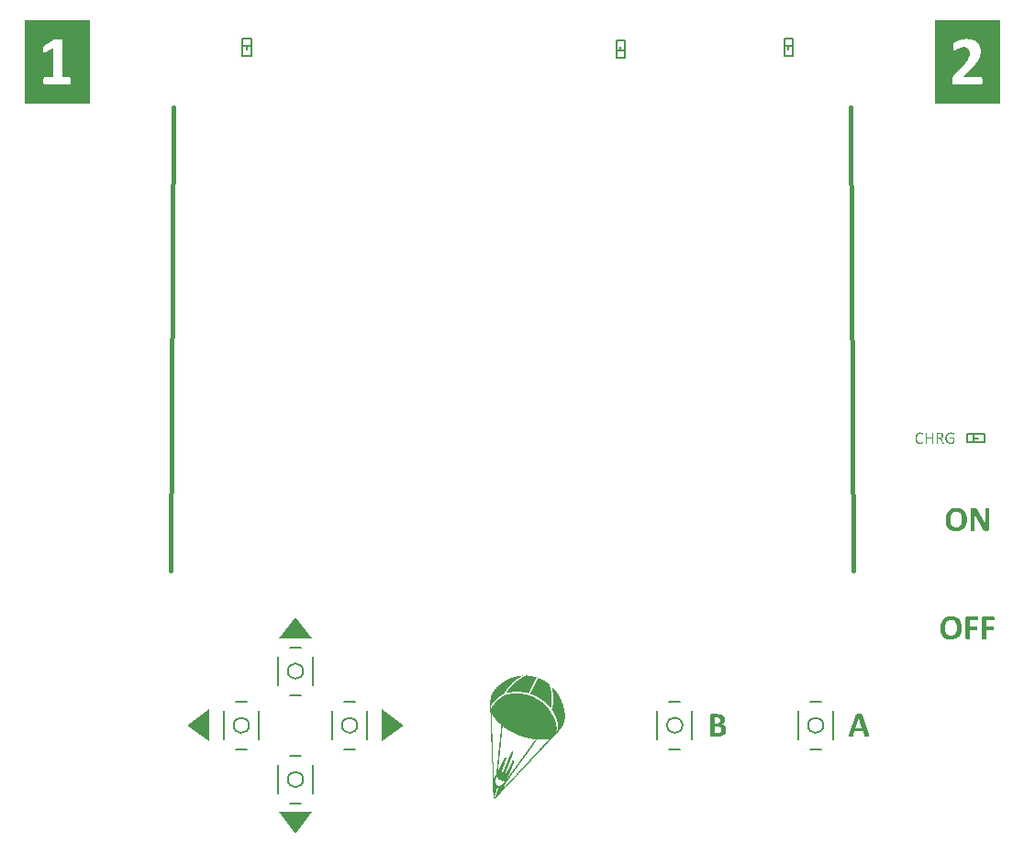
<source format=gto>
G04*
G04 #@! TF.GenerationSoftware,Altium Limited,Altium Designer,22.1.2 (22)*
G04*
G04 Layer_Color=65535*
%FSLAX44Y44*%
%MOMM*%
G71*
G04*
G04 #@! TF.SameCoordinates,DC0EFF74-F3D2-441A-B5B2-ABEB85199A1F*
G04*
G04*
G04 #@! TF.FilePolarity,Positive*
G04*
G01*
G75*
%ADD10C,0.2032*%
%ADD11C,0.4000*%
G36*
X250000Y30000D02*
X235000Y50000D01*
X265000D01*
X250000Y30000D01*
D02*
G37*
G36*
X315000Y110000D02*
X320000D01*
X315000D01*
D01*
D01*
D02*
G37*
G36*
X150000Y130000D02*
X170000Y145000D01*
Y115000D01*
X150000Y130000D01*
D02*
G37*
G36*
X250000Y230000D02*
X265000Y210000D01*
X235000D01*
X250000Y230000D01*
D02*
G37*
G36*
X464252Y175763D02*
X466148D01*
Y175574D01*
X467474D01*
Y175384D01*
X468422D01*
Y175195D01*
X469370D01*
Y175005D01*
X470128D01*
Y174816D01*
X470886D01*
Y174626D01*
X471455D01*
Y174436D01*
X472213D01*
Y174247D01*
X472782D01*
Y174057D01*
X472592D01*
Y173868D01*
X472403D01*
Y173678D01*
Y173489D01*
X472213D01*
Y173299D01*
Y173110D01*
X472024D01*
Y172920D01*
Y172731D01*
X471834D01*
Y172541D01*
Y172351D01*
X471645D01*
Y172162D01*
Y171972D01*
X471455D01*
Y171783D01*
X471265D01*
Y171593D01*
Y171404D01*
X471076D01*
Y171214D01*
Y171025D01*
Y170835D01*
X470886D01*
Y170645D01*
Y170456D01*
X470697D01*
Y170266D01*
Y170077D01*
X470507D01*
Y169887D01*
Y169698D01*
X470318D01*
Y169508D01*
Y169319D01*
X470128D01*
Y169129D01*
Y168939D01*
X469939D01*
Y168750D01*
Y168560D01*
X469749D01*
Y168371D01*
X469559D01*
Y168181D01*
Y167992D01*
X469370D01*
Y167802D01*
Y167613D01*
X469180D01*
Y167423D01*
Y167234D01*
X468991D01*
Y167044D01*
Y166854D01*
X468801D01*
Y166665D01*
Y166475D01*
X468612D01*
Y166286D01*
Y166096D01*
X468422D01*
Y165907D01*
Y165717D01*
X468233D01*
Y165528D01*
X468043D01*
Y165338D01*
Y165149D01*
X467854D01*
Y164959D01*
Y164769D01*
X467664D01*
Y164580D01*
Y164390D01*
X467474D01*
Y164201D01*
Y164011D01*
X467285D01*
Y163822D01*
Y163632D01*
X467095D01*
Y163443D01*
Y163253D01*
X466906D01*
Y163064D01*
Y162874D01*
X466716D01*
Y162684D01*
Y162495D01*
X466527D01*
Y162305D01*
Y162116D01*
X466337D01*
Y161926D01*
Y161737D01*
X466148D01*
Y161547D01*
Y161358D01*
X465958D01*
Y161168D01*
Y160979D01*
X465769D01*
Y160789D01*
Y160599D01*
X465579D01*
Y160410D01*
Y160220D01*
X465389D01*
Y160031D01*
Y159841D01*
X465200D01*
Y159652D01*
X464442D01*
Y159841D01*
X463494D01*
Y160031D01*
X462357D01*
Y160220D01*
X461219D01*
Y160410D01*
X460461D01*
Y160599D01*
X459324D01*
Y160789D01*
X457807D01*
Y160979D01*
X451931D01*
Y160789D01*
X449846D01*
Y160599D01*
X448140D01*
Y160410D01*
X447193D01*
Y160220D01*
X446245D01*
Y160031D01*
X445676D01*
Y159841D01*
X444918D01*
Y159652D01*
X444539D01*
Y159841D01*
X444729D01*
Y160031D01*
Y160220D01*
X444918D01*
Y160410D01*
Y160599D01*
X445108D01*
Y160789D01*
X445297D01*
Y160979D01*
Y161168D01*
X445487D01*
Y161358D01*
X445676D01*
Y161547D01*
Y161737D01*
X445866D01*
Y161926D01*
Y162116D01*
X446055D01*
Y162305D01*
X446245D01*
Y162495D01*
Y162684D01*
X446434D01*
Y162874D01*
X446624D01*
Y163064D01*
Y163253D01*
X446814D01*
Y163443D01*
X447003D01*
Y163632D01*
X447193D01*
Y163822D01*
Y164011D01*
X447382D01*
Y164201D01*
X447572D01*
Y164390D01*
X447761D01*
Y164580D01*
X447951D01*
Y164769D01*
Y164959D01*
X448140D01*
Y165149D01*
X448330D01*
Y165338D01*
X448520D01*
Y165528D01*
X448709D01*
Y165717D01*
X448899D01*
Y165907D01*
X449088D01*
Y166096D01*
X449278D01*
Y166286D01*
X449467D01*
Y166475D01*
X449657D01*
Y166665D01*
X449846D01*
Y166854D01*
X450036D01*
Y167044D01*
X450225D01*
Y167234D01*
X450415D01*
Y167423D01*
X450605D01*
Y167613D01*
X450794D01*
Y167802D01*
X450984D01*
Y167992D01*
X451363D01*
Y168181D01*
X451552D01*
Y168371D01*
X451742D01*
Y168560D01*
X451931D01*
Y168750D01*
X452121D01*
Y168939D01*
X452500D01*
Y169129D01*
X452690D01*
Y169319D01*
X452879D01*
Y169508D01*
X453069D01*
Y169698D01*
X453258D01*
Y169887D01*
X453448D01*
Y170077D01*
X453637D01*
Y170266D01*
X453827D01*
Y170456D01*
X454016D01*
Y170645D01*
X454206D01*
Y170835D01*
X454585D01*
Y171025D01*
X454775D01*
Y171214D01*
X454964D01*
Y171404D01*
X455343D01*
Y171593D01*
X455533D01*
Y171783D01*
X455722D01*
Y171972D01*
X456101D01*
Y172162D01*
X456291D01*
Y172351D01*
X456670D01*
Y172541D01*
X456860D01*
Y172731D01*
X457239D01*
Y172920D01*
X457618D01*
Y173110D01*
X457997D01*
Y173299D01*
X458186D01*
Y173489D01*
X458566D01*
Y173678D01*
X458755D01*
Y173868D01*
X459134D01*
Y174057D01*
X459324D01*
Y174247D01*
X459703D01*
Y174436D01*
X460082D01*
Y174626D01*
X460271D01*
Y174816D01*
X460651D01*
Y175005D01*
X461030D01*
Y175195D01*
X461409D01*
Y175384D01*
X461598D01*
Y175574D01*
X461978D01*
Y175763D01*
X462357D01*
Y175953D01*
X464252D01*
Y175763D01*
D02*
G37*
G36*
X474298Y173489D02*
X474677D01*
Y173299D01*
X475246D01*
Y173110D01*
X475625D01*
Y172920D01*
X476194D01*
Y172731D01*
X476573D01*
Y172541D01*
X476952D01*
Y172351D01*
X477331D01*
Y172162D01*
X477710D01*
Y171972D01*
X478089D01*
Y171783D01*
X478468D01*
Y171593D01*
X478847D01*
Y171404D01*
X479037D01*
Y171214D01*
X479416D01*
Y171025D01*
X479795D01*
Y170835D01*
X480174D01*
Y170645D01*
X480364D01*
Y170456D01*
X480743D01*
Y170266D01*
X480932D01*
Y170077D01*
X481311D01*
Y169887D01*
X481501D01*
Y169698D01*
X481880D01*
Y169508D01*
X482070D01*
Y169319D01*
X482259D01*
Y169129D01*
X482638D01*
Y168939D01*
X482828D01*
Y168750D01*
X483207D01*
Y168560D01*
X483396D01*
Y168371D01*
X483776D01*
Y168181D01*
X483965D01*
Y167992D01*
X484155D01*
Y167802D01*
X484344D01*
Y167613D01*
X484534D01*
Y167423D01*
Y167234D01*
Y167044D01*
Y166854D01*
Y166665D01*
X484723D01*
Y166475D01*
Y166286D01*
Y166096D01*
X484913D01*
Y165907D01*
Y165717D01*
Y165528D01*
Y165338D01*
X485103D01*
Y165149D01*
Y164959D01*
Y164769D01*
Y164580D01*
X485292D01*
Y164390D01*
Y164201D01*
Y164011D01*
Y163822D01*
X485482D01*
Y163632D01*
Y163443D01*
Y163253D01*
Y163064D01*
Y162874D01*
X485671D01*
Y162684D01*
Y162495D01*
Y162305D01*
Y162116D01*
Y161926D01*
X485861D01*
Y161737D01*
X485671D01*
Y161547D01*
X485861D01*
Y161358D01*
Y161168D01*
Y160979D01*
Y160789D01*
Y160599D01*
Y160410D01*
X486050D01*
Y160220D01*
X485861D01*
Y160031D01*
X486050D01*
Y159841D01*
Y159652D01*
Y159462D01*
Y159272D01*
Y159083D01*
Y158893D01*
Y158704D01*
X486240D01*
Y158514D01*
Y158325D01*
Y158135D01*
Y157946D01*
Y157756D01*
Y157567D01*
X486429D01*
Y157377D01*
Y157188D01*
Y156998D01*
Y156808D01*
Y156619D01*
Y156429D01*
Y156240D01*
Y156050D01*
Y155861D01*
Y155671D01*
Y155482D01*
Y155292D01*
X486619D01*
Y155102D01*
Y154913D01*
Y154723D01*
Y154534D01*
Y154344D01*
Y154155D01*
Y153965D01*
Y153776D01*
Y153586D01*
Y153397D01*
Y153207D01*
Y153017D01*
Y152828D01*
Y152638D01*
Y152449D01*
Y152259D01*
Y152070D01*
X486429D01*
Y151880D01*
Y151691D01*
Y151501D01*
Y151312D01*
Y151122D01*
Y150932D01*
Y150743D01*
Y150553D01*
X486240D01*
Y150364D01*
Y150174D01*
Y149985D01*
Y149795D01*
Y149606D01*
X486050D01*
Y149416D01*
Y149226D01*
Y149037D01*
Y148847D01*
Y148658D01*
Y148468D01*
X485861D01*
Y148279D01*
X486050D01*
Y148089D01*
X485861D01*
Y147900D01*
Y147710D01*
Y147521D01*
Y147331D01*
Y147141D01*
Y146952D01*
X485671D01*
Y146762D01*
Y146573D01*
Y146383D01*
Y146194D01*
Y146004D01*
Y145815D01*
X485292D01*
Y146004D01*
Y146194D01*
X485103D01*
Y146383D01*
X484913D01*
Y146573D01*
X484723D01*
Y146762D01*
X484534D01*
Y146952D01*
Y147141D01*
X484344D01*
Y147331D01*
X484155D01*
Y147521D01*
X483965D01*
Y147710D01*
X483776D01*
Y147900D01*
X483586D01*
Y148089D01*
X483396D01*
Y148279D01*
X483207D01*
Y148468D01*
Y148658D01*
X483017D01*
Y148847D01*
X482828D01*
Y149037D01*
X482638D01*
Y149226D01*
X482449D01*
Y149416D01*
X482259D01*
Y149606D01*
X482070D01*
Y149795D01*
X481880D01*
Y149985D01*
X481690D01*
Y150174D01*
X481311D01*
Y150364D01*
Y150553D01*
X480932D01*
Y150743D01*
X480743D01*
Y150932D01*
X480553D01*
Y151122D01*
X480364D01*
Y151312D01*
X480174D01*
Y151501D01*
X479985D01*
Y151691D01*
X479795D01*
Y151880D01*
X479416D01*
Y152070D01*
X479226D01*
Y152259D01*
X479037D01*
Y152449D01*
X478847D01*
Y152638D01*
X478658D01*
Y152828D01*
X478468D01*
Y153017D01*
X478089D01*
Y153207D01*
X477900D01*
Y153397D01*
X477520D01*
Y153586D01*
X477331D01*
Y153776D01*
X476952D01*
Y153965D01*
X476762D01*
Y154155D01*
X476383D01*
Y154344D01*
X476194D01*
Y154534D01*
X475815D01*
Y154723D01*
X475625D01*
Y154913D01*
X475246D01*
Y155102D01*
X474867D01*
Y155292D01*
X474677D01*
Y155482D01*
X474298D01*
Y155671D01*
X473919D01*
Y155861D01*
X473730D01*
Y156050D01*
X473350D01*
Y156240D01*
X472971D01*
Y156429D01*
X472782D01*
Y156619D01*
X472403D01*
Y156808D01*
X472024D01*
Y156998D01*
X471645D01*
Y157188D01*
X471265D01*
Y157377D01*
X470886D01*
Y157567D01*
X470318D01*
Y157756D01*
X469939D01*
Y157946D01*
X469559D01*
Y158135D01*
X468991D01*
Y158325D01*
X468612D01*
Y158514D01*
X468043D01*
Y158704D01*
X467664D01*
Y158893D01*
X466906D01*
Y159083D01*
X466716D01*
Y159272D01*
X466906D01*
Y159462D01*
Y159652D01*
X467095D01*
Y159841D01*
Y160031D01*
X467285D01*
Y160220D01*
Y160410D01*
X467474D01*
Y160599D01*
X467664D01*
Y160789D01*
Y160979D01*
Y161168D01*
X467854D01*
Y161358D01*
Y161547D01*
X468043D01*
Y161737D01*
Y161926D01*
X468233D01*
Y162116D01*
Y162305D01*
X468422D01*
Y162495D01*
Y162684D01*
X468612D01*
Y162874D01*
Y163064D01*
X468801D01*
Y163253D01*
Y163443D01*
X468991D01*
Y163632D01*
Y163822D01*
Y164011D01*
X469180D01*
Y164201D01*
X469370D01*
Y164390D01*
Y164580D01*
X469559D01*
Y164769D01*
Y164959D01*
X469749D01*
Y165149D01*
Y165338D01*
X469939D01*
Y165528D01*
Y165717D01*
X470128D01*
Y165907D01*
Y166096D01*
X470318D01*
Y166286D01*
Y166475D01*
X470507D01*
Y166665D01*
Y166854D01*
X470697D01*
Y167044D01*
Y167234D01*
X470886D01*
Y167423D01*
Y167613D01*
X471076D01*
Y167802D01*
Y167992D01*
X471265D01*
Y168181D01*
Y168371D01*
X471455D01*
Y168560D01*
Y168750D01*
X471645D01*
Y168939D01*
X471834D01*
Y169129D01*
Y169319D01*
X472024D01*
Y169508D01*
Y169698D01*
X472213D01*
Y169887D01*
Y170077D01*
Y170266D01*
X472403D01*
Y170456D01*
Y170645D01*
X472592D01*
Y170835D01*
Y171025D01*
X472782D01*
Y171214D01*
Y171404D01*
X472971D01*
Y171593D01*
Y171783D01*
Y171972D01*
X473161D01*
Y172162D01*
Y172351D01*
X473350D01*
Y172541D01*
Y172731D01*
X473540D01*
Y172920D01*
Y173110D01*
X473730D01*
Y173299D01*
Y173489D01*
Y173678D01*
X474298D01*
Y173489D01*
D02*
G37*
G36*
X350000Y130000D02*
X330000Y115000D01*
Y145000D01*
X350000Y130000D01*
D02*
G37*
G36*
X459892Y175763D02*
X459513D01*
Y175574D01*
X459134D01*
Y175384D01*
X458755D01*
Y175195D01*
X458566D01*
Y175005D01*
X458186D01*
Y174816D01*
X457997D01*
Y174626D01*
X457618D01*
Y174436D01*
X457428D01*
Y174247D01*
X457049D01*
Y174057D01*
X456670D01*
Y173868D01*
X456480D01*
Y173678D01*
X456101D01*
Y173489D01*
X455912D01*
Y173299D01*
X455533D01*
Y173110D01*
X455154D01*
Y172920D01*
X454964D01*
Y172731D01*
X454585D01*
Y172541D01*
X454395D01*
Y172351D01*
X454206D01*
Y172162D01*
X453827D01*
Y171972D01*
X453637D01*
Y171783D01*
X453448D01*
Y171593D01*
X453069D01*
Y171404D01*
X452879D01*
Y171214D01*
X452690D01*
Y171025D01*
X452500D01*
Y170835D01*
X452121D01*
Y170645D01*
X451931D01*
Y170456D01*
X451742D01*
Y170266D01*
X451552D01*
Y170077D01*
X451363D01*
Y169887D01*
X451173D01*
Y169698D01*
X450794D01*
Y169508D01*
X450605D01*
Y169319D01*
X450415D01*
Y169129D01*
X450225D01*
Y168939D01*
X450036D01*
Y168750D01*
X449846D01*
Y168560D01*
X449657D01*
Y168371D01*
X449467D01*
Y168181D01*
X449278D01*
Y167992D01*
X449088D01*
Y167802D01*
X448899D01*
Y167613D01*
X448709D01*
Y167423D01*
X448520D01*
Y167234D01*
X448330D01*
Y167044D01*
X448140D01*
Y166854D01*
X447951D01*
Y166665D01*
X447761D01*
Y166475D01*
X447572D01*
Y166286D01*
X447382D01*
Y166096D01*
X447193D01*
Y165907D01*
X447003D01*
Y165717D01*
X446814D01*
Y165528D01*
X446624D01*
Y165338D01*
Y165149D01*
X446434D01*
Y164959D01*
X446245D01*
Y164769D01*
X446055D01*
Y164580D01*
X445866D01*
Y164390D01*
X445676D01*
Y164201D01*
Y164011D01*
X445487D01*
Y163822D01*
X445297D01*
Y163632D01*
Y163443D01*
X445108D01*
Y163253D01*
X444918D01*
Y163064D01*
Y162874D01*
X444729D01*
Y162684D01*
X444539D01*
Y162495D01*
Y162305D01*
X444349D01*
Y162116D01*
X444160D01*
Y161926D01*
Y161737D01*
X443970D01*
Y161547D01*
X443781D01*
Y161358D01*
Y161168D01*
X443591D01*
Y160979D01*
X443402D01*
Y160789D01*
Y160599D01*
X443212D01*
Y160410D01*
X443023D01*
Y160220D01*
Y160031D01*
X442833D01*
Y159841D01*
Y159652D01*
X442644D01*
Y159462D01*
X442454D01*
Y159272D01*
Y159083D01*
X442264D01*
Y158893D01*
Y158704D01*
X441885D01*
Y158514D01*
X441506D01*
Y158325D01*
X441127D01*
Y158135D01*
X440748D01*
Y157946D01*
X440369D01*
Y157756D01*
X440179D01*
Y157567D01*
X439800D01*
Y157377D01*
X439421D01*
Y157188D01*
X439232D01*
Y156998D01*
X438853D01*
Y156808D01*
X438663D01*
Y156619D01*
X438284D01*
Y156429D01*
X438094D01*
Y156240D01*
X437715D01*
Y156050D01*
X437526D01*
Y155861D01*
X437336D01*
Y155671D01*
X436957D01*
Y155482D01*
X436767D01*
Y155292D01*
X436578D01*
Y155102D01*
X436388D01*
Y154913D01*
X436199D01*
Y154723D01*
X435820D01*
Y154534D01*
X435630D01*
Y154344D01*
X435441D01*
Y154155D01*
X435251D01*
Y153965D01*
X435061D01*
Y153776D01*
X434872D01*
Y153586D01*
X434682D01*
Y153397D01*
X434493D01*
Y153207D01*
X434303D01*
Y153017D01*
X434114D01*
Y152828D01*
Y152638D01*
X433924D01*
Y152449D01*
X433735D01*
Y152259D01*
X433545D01*
Y152070D01*
X433356D01*
Y151880D01*
X433166D01*
Y151691D01*
X432976D01*
Y151501D01*
X432787D01*
Y151312D01*
X432597D01*
Y151122D01*
X432408D01*
Y150932D01*
Y150743D01*
X432218D01*
Y150553D01*
X432029D01*
Y150364D01*
X431839D01*
Y150174D01*
X431650D01*
Y149985D01*
Y149795D01*
X431460D01*
Y149606D01*
X431271D01*
Y149416D01*
Y149226D01*
X431081D01*
Y149037D01*
Y148847D01*
X430891D01*
Y148658D01*
X430702D01*
Y148468D01*
Y148279D01*
X430512D01*
Y148089D01*
Y147900D01*
Y147710D01*
Y147521D01*
Y147331D01*
Y147141D01*
Y146952D01*
Y146762D01*
Y146573D01*
Y146383D01*
Y146194D01*
X430702D01*
Y146004D01*
X430891D01*
Y146194D01*
Y146383D01*
X431081D01*
Y146573D01*
Y146762D01*
X431271D01*
Y146952D01*
X431460D01*
Y147141D01*
Y147331D01*
X431650D01*
Y147521D01*
X431839D01*
Y147710D01*
X432029D01*
Y147900D01*
Y148089D01*
X432218D01*
Y148279D01*
X432408D01*
Y148468D01*
X432597D01*
Y148658D01*
Y148847D01*
X432787D01*
Y149037D01*
X432976D01*
Y149226D01*
X433166D01*
Y149416D01*
X433356D01*
Y149606D01*
Y149795D01*
X433545D01*
Y149985D01*
X433735D01*
Y150174D01*
X433924D01*
Y150364D01*
X434114D01*
Y150553D01*
Y150743D01*
X434303D01*
Y150932D01*
X434493D01*
Y151122D01*
X434682D01*
Y151312D01*
X434872D01*
Y151501D01*
Y151691D01*
X435061D01*
Y151880D01*
X435251D01*
Y152070D01*
X435441D01*
Y152259D01*
X435630D01*
Y152449D01*
X435820D01*
Y152638D01*
X436009D01*
Y152828D01*
X436199D01*
Y153017D01*
X436388D01*
Y153207D01*
X436578D01*
Y153397D01*
X436767D01*
Y153586D01*
X436957D01*
Y153776D01*
X437146D01*
Y153965D01*
X437526D01*
Y154155D01*
X437715D01*
Y154344D01*
X437905D01*
Y154534D01*
X438094D01*
Y154723D01*
X438473D01*
Y154913D01*
X438663D01*
Y155102D01*
X439042D01*
Y155292D01*
X439232D01*
Y155482D01*
X439421D01*
Y155671D01*
X439800D01*
Y155861D01*
X439990D01*
Y156050D01*
X440369D01*
Y156240D01*
X440558D01*
Y156429D01*
X440938D01*
Y156619D01*
X441317D01*
Y156808D01*
X441696D01*
Y156998D01*
X442075D01*
Y157188D01*
X442454D01*
Y157377D01*
X442833D01*
Y157567D01*
X443402D01*
Y157756D01*
X443781D01*
Y157946D01*
X444160D01*
Y158135D01*
X444729D01*
Y158325D01*
X445297D01*
Y158514D01*
X446055D01*
Y158704D01*
X446814D01*
Y158893D01*
X447761D01*
Y159083D01*
X449088D01*
Y159272D01*
X451173D01*
Y159462D01*
X457428D01*
Y159272D01*
X458755D01*
Y159083D01*
X460082D01*
Y158893D01*
X461219D01*
Y158704D01*
X462167D01*
Y158514D01*
X462736D01*
Y158325D01*
X463494D01*
Y158135D01*
X464062D01*
Y157946D01*
X464821D01*
Y157756D01*
X465389D01*
Y157567D01*
X466148D01*
Y157377D01*
X466527D01*
Y157188D01*
X467095D01*
Y156998D01*
X467854D01*
Y156808D01*
X468233D01*
Y156619D01*
X468801D01*
Y156429D01*
X469180D01*
Y156240D01*
X469559D01*
Y156050D01*
X469939D01*
Y155861D01*
X470507D01*
Y155671D01*
X470886D01*
Y155482D01*
X471265D01*
Y155292D01*
X471645D01*
Y155102D01*
X471834D01*
Y154913D01*
X472213D01*
Y154723D01*
X472592D01*
Y154534D01*
X472971D01*
Y154344D01*
X473350D01*
Y154155D01*
X473540D01*
Y153965D01*
X473919D01*
Y153776D01*
X474109D01*
Y153586D01*
X474488D01*
Y153397D01*
X474867D01*
Y153207D01*
X475056D01*
Y153017D01*
X475435D01*
Y152828D01*
X475625D01*
Y152638D01*
X475815D01*
Y152449D01*
X476194D01*
Y152259D01*
X476383D01*
Y152070D01*
X476573D01*
Y151880D01*
X476762D01*
Y151691D01*
X477141D01*
Y151501D01*
X477331D01*
Y151312D01*
X477520D01*
Y151122D01*
X477900D01*
Y150932D01*
X478089D01*
Y150743D01*
X478279D01*
Y150553D01*
X478468D01*
Y150364D01*
X478658D01*
Y150174D01*
X478847D01*
Y149985D01*
X479037D01*
Y149795D01*
X479416D01*
Y149606D01*
X479605D01*
Y149416D01*
X479795D01*
Y149226D01*
X479985D01*
Y149037D01*
X480174D01*
Y148847D01*
X480364D01*
Y148658D01*
X480553D01*
Y148468D01*
X480743D01*
Y148279D01*
X480932D01*
Y148089D01*
X481122D01*
Y147900D01*
X481311D01*
Y147710D01*
X481501D01*
Y147521D01*
X481690D01*
Y147331D01*
X481880D01*
Y147141D01*
X482070D01*
Y146952D01*
Y146762D01*
X482259D01*
Y146573D01*
X482449D01*
Y146383D01*
X482638D01*
Y146194D01*
X482828D01*
Y146004D01*
Y145815D01*
X483017D01*
Y145625D01*
X483207D01*
Y145435D01*
X483396D01*
Y145246D01*
X483586D01*
Y145056D01*
X483776D01*
Y144867D01*
Y144677D01*
X483965D01*
Y144488D01*
X484155D01*
Y144298D01*
Y144109D01*
X484344D01*
Y143919D01*
X484534D01*
Y143729D01*
X484723D01*
Y143540D01*
Y143350D01*
X484913D01*
Y143161D01*
X485103D01*
Y142971D01*
X485292D01*
Y142782D01*
Y142592D01*
X485482D01*
Y142403D01*
Y142213D01*
X485671D01*
Y142024D01*
X485861D01*
Y141834D01*
Y141644D01*
X486050D01*
Y141455D01*
Y141265D01*
X486240D01*
Y141076D01*
X486429D01*
Y140886D01*
Y140697D01*
X486619D01*
Y140507D01*
Y140318D01*
X486808D01*
Y140128D01*
Y139939D01*
X486998D01*
Y139749D01*
X487188D01*
Y139559D01*
Y139370D01*
X487377D01*
Y139180D01*
Y138991D01*
X487567D01*
Y138801D01*
Y138612D01*
X487756D01*
Y138422D01*
Y138233D01*
X487946D01*
Y138043D01*
Y137853D01*
X488135D01*
Y137664D01*
Y137474D01*
X488325D01*
Y137285D01*
Y137095D01*
X488514D01*
Y136906D01*
Y136716D01*
X488704D01*
Y136527D01*
Y136337D01*
X488893D01*
Y136147D01*
Y135958D01*
X489083D01*
Y135768D01*
Y135579D01*
X489272D01*
Y135389D01*
Y135200D01*
X489462D01*
Y135010D01*
Y134821D01*
Y134631D01*
X489652D01*
Y134442D01*
Y134252D01*
Y134062D01*
X489841D01*
Y133873D01*
Y133683D01*
Y133494D01*
X490031D01*
Y133304D01*
Y133115D01*
Y132925D01*
Y132736D01*
Y132546D01*
X490220D01*
Y132357D01*
Y132167D01*
Y131978D01*
Y131788D01*
X490410D01*
Y131598D01*
Y131409D01*
Y131219D01*
Y131030D01*
Y130840D01*
Y130651D01*
X490599D01*
Y130461D01*
Y130272D01*
Y130082D01*
Y129893D01*
Y129703D01*
Y129513D01*
X490789D01*
Y129324D01*
Y129134D01*
Y128945D01*
Y128755D01*
Y128566D01*
X490978D01*
Y128376D01*
Y128187D01*
Y127997D01*
Y127807D01*
Y127618D01*
Y127428D01*
Y127239D01*
Y127049D01*
Y126860D01*
Y126670D01*
Y126481D01*
Y126291D01*
Y126102D01*
Y125912D01*
Y125722D01*
Y125533D01*
Y125343D01*
Y125154D01*
X490789D01*
Y124964D01*
Y124775D01*
Y124585D01*
X491357D01*
Y124775D01*
Y124964D01*
X491547D01*
Y125154D01*
X491737D01*
Y125343D01*
Y125533D01*
X491926D01*
Y125722D01*
X492116D01*
Y125912D01*
Y126102D01*
X492305D01*
Y126291D01*
Y126481D01*
Y126670D01*
Y126860D01*
Y127049D01*
Y127239D01*
Y127428D01*
Y127618D01*
Y127807D01*
Y127997D01*
Y128187D01*
Y128376D01*
Y128566D01*
Y128755D01*
Y128945D01*
Y129134D01*
Y129324D01*
Y129513D01*
Y129703D01*
Y129893D01*
Y130082D01*
X492116D01*
Y130272D01*
Y130461D01*
Y130651D01*
Y130840D01*
Y131030D01*
Y131219D01*
Y131409D01*
Y131598D01*
X491926D01*
Y131788D01*
Y131978D01*
Y132167D01*
Y132357D01*
Y132546D01*
X491737D01*
Y132736D01*
Y132925D01*
Y133115D01*
Y133304D01*
Y133494D01*
X491547D01*
Y133683D01*
Y133873D01*
Y134062D01*
Y134252D01*
X491357D01*
Y134442D01*
Y134631D01*
Y134821D01*
X491168D01*
Y135010D01*
Y135200D01*
Y135389D01*
X490978D01*
Y135579D01*
Y135768D01*
Y135958D01*
X490789D01*
Y136147D01*
Y136337D01*
X490599D01*
Y136527D01*
Y136716D01*
Y136906D01*
X490410D01*
Y137095D01*
Y137285D01*
X490220D01*
Y137474D01*
Y137664D01*
Y137853D01*
X490031D01*
Y138043D01*
Y138233D01*
X489841D01*
Y138422D01*
Y138612D01*
Y138801D01*
X489652D01*
Y138991D01*
Y139180D01*
X489462D01*
Y139370D01*
Y139559D01*
X489272D01*
Y139749D01*
Y139939D01*
X489083D01*
Y140128D01*
Y140318D01*
X488893D01*
Y140507D01*
Y140697D01*
X488704D01*
Y140886D01*
Y141076D01*
X488514D01*
Y141265D01*
Y141455D01*
X488325D01*
Y141644D01*
Y141834D01*
X488135D01*
Y142024D01*
X487946D01*
Y142213D01*
Y142403D01*
X487756D01*
Y142592D01*
Y142782D01*
X487567D01*
Y142971D01*
X487377D01*
Y143161D01*
X487188D01*
Y143350D01*
Y143540D01*
X486998D01*
Y143729D01*
X486808D01*
Y143919D01*
Y144109D01*
X486619D01*
Y144298D01*
Y144488D01*
Y144677D01*
X486808D01*
Y144867D01*
Y145056D01*
Y145246D01*
X486998D01*
Y145435D01*
Y145625D01*
Y145815D01*
Y146004D01*
X487188D01*
Y146194D01*
Y146383D01*
Y146573D01*
X487377D01*
Y146762D01*
X487188D01*
Y146952D01*
X487377D01*
Y147141D01*
Y147331D01*
Y147521D01*
Y147710D01*
Y147900D01*
Y148089D01*
X487567D01*
Y148279D01*
Y148468D01*
Y148658D01*
Y148847D01*
Y149037D01*
Y149226D01*
X487756D01*
Y149416D01*
Y149606D01*
Y149795D01*
Y149985D01*
Y150174D01*
Y150364D01*
Y150553D01*
X487946D01*
Y150743D01*
Y150932D01*
Y151122D01*
Y151312D01*
Y151501D01*
Y151691D01*
Y151880D01*
Y152070D01*
X488135D01*
Y152259D01*
Y152449D01*
Y152638D01*
Y152828D01*
Y153017D01*
Y153207D01*
Y153397D01*
Y153586D01*
Y153776D01*
Y153965D01*
Y154155D01*
Y154344D01*
Y154534D01*
Y154723D01*
Y154913D01*
Y155102D01*
Y155292D01*
Y155482D01*
Y155671D01*
Y155861D01*
Y156050D01*
Y156240D01*
Y156429D01*
X487946D01*
Y156619D01*
Y156808D01*
Y156998D01*
Y157188D01*
Y157377D01*
Y157567D01*
Y157756D01*
Y157946D01*
Y158135D01*
Y158325D01*
Y158514D01*
Y158704D01*
X487756D01*
Y158893D01*
Y159083D01*
Y159272D01*
Y159462D01*
Y159652D01*
Y159841D01*
X487567D01*
Y160031D01*
Y160220D01*
Y160410D01*
Y160599D01*
X487377D01*
Y160789D01*
Y160979D01*
Y161168D01*
Y161358D01*
Y161547D01*
X487188D01*
Y161737D01*
Y161926D01*
Y162116D01*
Y162305D01*
Y162495D01*
X486998D01*
Y162684D01*
Y162874D01*
Y163064D01*
Y163253D01*
Y163443D01*
Y163632D01*
X486808D01*
Y163822D01*
Y164011D01*
Y164201D01*
Y164390D01*
Y164580D01*
Y164769D01*
Y164959D01*
X486619D01*
Y165149D01*
Y165338D01*
Y165528D01*
Y165717D01*
X486429D01*
Y165907D01*
X486619D01*
Y165717D01*
X486808D01*
Y165528D01*
X486998D01*
Y165338D01*
X487188D01*
Y165149D01*
X487377D01*
Y164959D01*
Y164769D01*
X487567D01*
Y164580D01*
X487756D01*
Y164390D01*
X487946D01*
Y164201D01*
X488135D01*
Y164011D01*
X488325D01*
Y163822D01*
X488514D01*
Y163632D01*
X488704D01*
Y163443D01*
X488893D01*
Y163253D01*
X489083D01*
Y163064D01*
X489272D01*
Y162874D01*
Y162684D01*
X489462D01*
Y162495D01*
X489652D01*
Y162305D01*
X489841D01*
Y162116D01*
X490031D01*
Y161926D01*
Y161737D01*
X490220D01*
Y161547D01*
X490410D01*
Y161358D01*
X490599D01*
Y161168D01*
Y160979D01*
X490789D01*
Y160789D01*
X490978D01*
Y160599D01*
X491168D01*
Y160410D01*
Y160220D01*
X491357D01*
Y160031D01*
X491547D01*
Y159841D01*
Y159652D01*
X491737D01*
Y159462D01*
X491926D01*
Y159272D01*
Y159083D01*
X492116D01*
Y158893D01*
X492305D01*
Y158704D01*
Y158514D01*
X492495D01*
Y158325D01*
Y158135D01*
X492684D01*
Y157946D01*
X492874D01*
Y157756D01*
Y157567D01*
X493064D01*
Y157377D01*
Y157188D01*
X493253D01*
Y156998D01*
X493443D01*
Y156808D01*
Y156619D01*
X493632D01*
Y156429D01*
Y156240D01*
X493822D01*
Y156050D01*
Y155861D01*
X494011D01*
Y155671D01*
Y155482D01*
X494201D01*
Y155292D01*
Y155102D01*
X494390D01*
Y154913D01*
Y154723D01*
X494580D01*
Y154534D01*
Y154344D01*
X494769D01*
Y154155D01*
Y153965D01*
X494959D01*
Y153776D01*
Y153586D01*
X495149D01*
Y153397D01*
Y153207D01*
Y153017D01*
X495338D01*
Y152828D01*
Y152638D01*
X495528D01*
Y152449D01*
Y152259D01*
X495717D01*
Y152070D01*
Y151880D01*
Y151691D01*
X495907D01*
Y151501D01*
Y151312D01*
Y151122D01*
X496096D01*
Y150932D01*
Y150743D01*
X496286D01*
Y150553D01*
Y150364D01*
Y150174D01*
X496475D01*
Y149985D01*
Y149795D01*
Y149606D01*
X496665D01*
Y149416D01*
Y149226D01*
Y149037D01*
Y148847D01*
X496855D01*
Y148658D01*
Y148468D01*
Y148279D01*
X497044D01*
Y148089D01*
Y147900D01*
Y147710D01*
Y147521D01*
X497234D01*
Y147331D01*
Y147141D01*
Y146952D01*
Y146762D01*
X497423D01*
Y146573D01*
Y146383D01*
Y146194D01*
X497613D01*
Y146004D01*
Y145815D01*
Y145625D01*
Y145435D01*
X497802D01*
Y145246D01*
Y145056D01*
Y144867D01*
X497992D01*
Y144677D01*
Y144488D01*
Y144298D01*
Y144109D01*
Y143919D01*
X498181D01*
Y143729D01*
Y143540D01*
Y143350D01*
Y143161D01*
Y142971D01*
X498371D01*
Y142782D01*
Y142592D01*
Y142403D01*
Y142213D01*
Y142024D01*
X498560D01*
Y141834D01*
Y141644D01*
Y141455D01*
Y141265D01*
Y141076D01*
Y140886D01*
Y140697D01*
Y140507D01*
Y140318D01*
Y140128D01*
X498750D01*
Y139939D01*
Y139749D01*
Y139559D01*
Y139370D01*
Y139180D01*
Y138991D01*
Y138801D01*
Y138612D01*
Y138422D01*
Y138233D01*
Y138043D01*
Y137853D01*
Y137664D01*
Y137474D01*
Y137285D01*
Y137095D01*
Y136906D01*
Y136716D01*
Y136527D01*
X498560D01*
Y136337D01*
Y136147D01*
Y135958D01*
Y135768D01*
Y135579D01*
X498371D01*
Y135389D01*
Y135200D01*
Y135010D01*
Y134821D01*
Y134631D01*
X498181D01*
Y134442D01*
Y134252D01*
Y134062D01*
Y133873D01*
Y133683D01*
X497992D01*
Y133494D01*
Y133304D01*
X497802D01*
Y133115D01*
Y132925D01*
Y132736D01*
Y132546D01*
Y132357D01*
X497613D01*
Y132167D01*
Y131978D01*
X497423D01*
Y131788D01*
Y131598D01*
Y131409D01*
Y131219D01*
X497234D01*
Y131030D01*
Y130840D01*
X497044D01*
Y130651D01*
Y130461D01*
X496855D01*
Y130272D01*
Y130082D01*
X496665D01*
Y129893D01*
Y129703D01*
X496475D01*
Y129513D01*
Y129324D01*
X496286D01*
Y129134D01*
Y128945D01*
X496096D01*
Y128755D01*
Y128566D01*
X495907D01*
Y128376D01*
X495717D01*
Y128187D01*
Y127997D01*
X495528D01*
Y127807D01*
X495338D01*
Y127618D01*
Y127428D01*
X495149D01*
Y127239D01*
X494959D01*
Y127049D01*
X494769D01*
Y126860D01*
Y126670D01*
X494580D01*
Y126481D01*
X494390D01*
Y126291D01*
X494201D01*
Y126102D01*
X494011D01*
Y125912D01*
X493822D01*
Y125722D01*
Y125533D01*
X493632D01*
Y125343D01*
X493443D01*
Y125154D01*
X493253D01*
Y124964D01*
X493064D01*
Y124775D01*
X492874D01*
Y124585D01*
Y124396D01*
X492684D01*
Y124206D01*
X492305D01*
Y124016D01*
Y123827D01*
X492116D01*
Y123637D01*
X491926D01*
Y123448D01*
X491737D01*
Y123258D01*
X491547D01*
Y123069D01*
X491357D01*
Y122879D01*
X491168D01*
Y122690D01*
X490978D01*
Y122500D01*
X490789D01*
Y122310D01*
Y122121D01*
X490599D01*
Y121931D01*
X490410D01*
Y121742D01*
X490220D01*
Y121552D01*
X490031D01*
Y121363D01*
X489841D01*
Y121173D01*
X489652D01*
Y120984D01*
X489462D01*
Y120794D01*
X489272D01*
Y120604D01*
X489083D01*
Y120415D01*
X488893D01*
Y120225D01*
Y120036D01*
X488704D01*
Y119846D01*
X488514D01*
Y119657D01*
X488325D01*
Y119467D01*
X488135D01*
Y119278D01*
X487946D01*
Y119088D01*
X487756D01*
Y118899D01*
X487567D01*
Y118709D01*
X487377D01*
Y118519D01*
X487188D01*
Y118330D01*
X486998D01*
Y118140D01*
X486808D01*
Y117951D01*
X486619D01*
Y117761D01*
X486429D01*
Y117572D01*
X486240D01*
Y117382D01*
X486050D01*
Y117193D01*
X485861D01*
Y117003D01*
Y116814D01*
X485671D01*
Y116624D01*
X485482D01*
Y116434D01*
X485292D01*
Y116245D01*
X485103D01*
Y116055D01*
X484913D01*
Y115866D01*
X484723D01*
Y115676D01*
X484534D01*
Y115487D01*
X484344D01*
Y115297D01*
X484155D01*
Y115108D01*
X483965D01*
Y114918D01*
X483776D01*
Y114728D01*
X483586D01*
Y114539D01*
X483396D01*
Y114349D01*
X483207D01*
Y114160D01*
X483017D01*
Y113970D01*
X482828D01*
Y113781D01*
X482638D01*
Y113591D01*
Y113402D01*
X482449D01*
Y113212D01*
X482259D01*
Y113022D01*
X482070D01*
Y112833D01*
X481880D01*
Y112643D01*
X481690D01*
Y112454D01*
X481501D01*
Y112264D01*
X481311D01*
Y112075D01*
X481122D01*
Y111885D01*
X480932D01*
Y111696D01*
X480743D01*
Y111506D01*
X480553D01*
Y111317D01*
X480364D01*
Y111127D01*
X480174D01*
Y110938D01*
X479985D01*
Y110748D01*
X479795D01*
Y110558D01*
Y110369D01*
X479605D01*
Y110179D01*
X479416D01*
Y109990D01*
X479226D01*
Y109800D01*
X479037D01*
Y109611D01*
X478847D01*
Y109421D01*
X478658D01*
Y109232D01*
X478468D01*
Y109042D01*
X478279D01*
Y108853D01*
X478089D01*
Y108663D01*
X477900D01*
Y108473D01*
X477710D01*
Y108284D01*
X477520D01*
Y108094D01*
X477331D01*
Y107905D01*
X477141D01*
Y107715D01*
Y107526D01*
X476952D01*
Y107336D01*
X476762D01*
Y107147D01*
X476573D01*
Y106957D01*
X476383D01*
Y106768D01*
X476194D01*
Y106578D01*
X476004D01*
Y106388D01*
X475815D01*
Y106199D01*
X475625D01*
Y106009D01*
X475435D01*
Y105820D01*
X475246D01*
Y105630D01*
X475056D01*
Y105441D01*
X474867D01*
Y105251D01*
X474677D01*
Y105062D01*
X474488D01*
Y104872D01*
X474298D01*
Y104682D01*
X474109D01*
Y104493D01*
X473919D01*
Y104303D01*
Y104114D01*
X473730D01*
Y103924D01*
X473540D01*
Y103735D01*
X473350D01*
Y103545D01*
X473161D01*
Y103356D01*
X472782D01*
Y103166D01*
Y102977D01*
X472592D01*
Y102787D01*
X472403D01*
Y102597D01*
X472213D01*
Y102408D01*
X472024D01*
Y102218D01*
X471834D01*
Y102029D01*
X471645D01*
Y101839D01*
X471455D01*
Y101650D01*
X471265D01*
Y101460D01*
Y101271D01*
X471076D01*
Y101081D01*
X470886D01*
Y100892D01*
X470697D01*
Y100702D01*
X470318D01*
Y100512D01*
Y100323D01*
X470128D01*
Y100133D01*
X469939D01*
Y99944D01*
X469749D01*
Y99754D01*
X469559D01*
Y99565D01*
X469370D01*
Y99375D01*
X469180D01*
Y99185D01*
X468991D01*
Y98996D01*
X468801D01*
Y98806D01*
X468612D01*
Y98617D01*
X468422D01*
Y98427D01*
X468233D01*
Y98238D01*
X468043D01*
Y98048D01*
X467854D01*
Y97859D01*
X467664D01*
Y97669D01*
X467474D01*
Y97480D01*
X467285D01*
Y97290D01*
Y97100D01*
X467095D01*
Y96911D01*
X466906D01*
Y96721D01*
X466716D01*
Y96532D01*
X466527D01*
Y96342D01*
X466337D01*
Y96153D01*
X466148D01*
Y95963D01*
X465958D01*
Y95774D01*
X465769D01*
Y95584D01*
X465579D01*
Y95394D01*
X465389D01*
Y95205D01*
X465200D01*
Y95015D01*
X465010D01*
Y94826D01*
X464821D01*
Y94636D01*
X464631D01*
Y94447D01*
X464442D01*
Y94257D01*
Y94068D01*
X464252D01*
Y93878D01*
X464062D01*
Y93689D01*
X463873D01*
Y93499D01*
X463683D01*
Y93309D01*
X463494D01*
Y93120D01*
X463304D01*
Y92930D01*
X463115D01*
Y92741D01*
X462925D01*
Y92551D01*
X462736D01*
Y92362D01*
X462546D01*
Y92172D01*
X462357D01*
Y91983D01*
X462167D01*
Y91793D01*
X461978D01*
Y91603D01*
X461788D01*
Y91414D01*
X461598D01*
Y91224D01*
Y91035D01*
X461409D01*
Y90845D01*
X461219D01*
Y90656D01*
X461030D01*
Y90466D01*
X460840D01*
Y90277D01*
X460651D01*
Y90087D01*
X460461D01*
Y89898D01*
X460271D01*
Y89708D01*
X460082D01*
Y89518D01*
X459892D01*
Y89329D01*
X459703D01*
Y89139D01*
X459513D01*
Y88950D01*
X459324D01*
Y88760D01*
X459134D01*
Y88571D01*
X458945D01*
Y88381D01*
X458755D01*
Y88192D01*
X458566D01*
Y88002D01*
X458376D01*
Y87813D01*
X458186D01*
Y87623D01*
Y87434D01*
X457997D01*
Y87244D01*
X457807D01*
Y87054D01*
X457618D01*
Y86865D01*
X457428D01*
Y86675D01*
X457239D01*
Y86486D01*
X457049D01*
Y86296D01*
X456860D01*
Y86107D01*
X456670D01*
Y85917D01*
X456480D01*
Y85728D01*
X456291D01*
Y85538D01*
X456101D01*
Y85348D01*
X455912D01*
Y85159D01*
X455722D01*
Y84969D01*
X455533D01*
Y84780D01*
X455343D01*
Y84590D01*
Y84401D01*
X455154D01*
Y84211D01*
X454964D01*
Y84022D01*
X454775D01*
Y83832D01*
X454585D01*
Y83643D01*
X454395D01*
Y83453D01*
X454206D01*
Y83263D01*
X454016D01*
Y83074D01*
X453827D01*
Y82884D01*
X453637D01*
Y82695D01*
X453448D01*
Y82505D01*
X453258D01*
Y82316D01*
X453069D01*
Y82126D01*
X452879D01*
Y81937D01*
X452690D01*
Y81747D01*
Y81557D01*
X452500D01*
Y81368D01*
X452310D01*
Y81178D01*
X452121D01*
Y80989D01*
X451931D01*
Y80799D01*
X451552D01*
Y80610D01*
Y80420D01*
X451363D01*
Y80231D01*
X451173D01*
Y80041D01*
X450984D01*
Y79851D01*
X450794D01*
Y79662D01*
X450605D01*
Y79472D01*
X450415D01*
Y79283D01*
X450225D01*
Y79093D01*
X450036D01*
Y78904D01*
X449846D01*
Y78714D01*
X449657D01*
Y78525D01*
X449467D01*
Y78335D01*
X449278D01*
Y78146D01*
Y77956D01*
X449088D01*
Y77766D01*
X448899D01*
Y77577D01*
X448709D01*
Y77387D01*
X448520D01*
Y77198D01*
X448330D01*
Y77008D01*
X448140D01*
Y76819D01*
X447951D01*
Y76629D01*
X447761D01*
Y76440D01*
X447572D01*
Y76250D01*
X447382D01*
Y76061D01*
X447193D01*
Y75871D01*
X447003D01*
Y75681D01*
X446814D01*
Y75492D01*
X446624D01*
Y75302D01*
X446434D01*
Y75113D01*
Y74923D01*
X446245D01*
Y74734D01*
X445866D01*
Y74544D01*
Y74355D01*
X445676D01*
Y74165D01*
X445487D01*
Y73976D01*
X445297D01*
Y73786D01*
X445108D01*
Y73596D01*
X444918D01*
Y73407D01*
X444729D01*
Y73217D01*
X444539D01*
Y73028D01*
X444349D01*
Y72838D01*
X444160D01*
Y72649D01*
X443970D01*
Y72459D01*
X443781D01*
Y72270D01*
X443591D01*
Y72080D01*
X443402D01*
Y71890D01*
X443212D01*
Y71701D01*
X443023D01*
Y71511D01*
X442833D01*
Y71322D01*
X442644D01*
Y71132D01*
X442454D01*
Y70943D01*
Y70753D01*
X442264D01*
Y70564D01*
X442075D01*
Y70374D01*
X441885D01*
Y70184D01*
X441696D01*
Y69995D01*
X441506D01*
Y69805D01*
X441317D01*
Y69616D01*
X441127D01*
Y69426D01*
X440938D01*
Y69237D01*
X440748D01*
Y69047D01*
X440558D01*
Y68858D01*
X440369D01*
Y68668D01*
X440179D01*
Y68479D01*
X439990D01*
Y68289D01*
Y68099D01*
X439800D01*
Y67910D01*
X439611D01*
Y67720D01*
X439421D01*
Y67531D01*
X439232D01*
Y67341D01*
X439042D01*
Y67152D01*
X438853D01*
Y66962D01*
X438663D01*
Y66773D01*
X438473D01*
Y66583D01*
X438284D01*
Y66394D01*
X438094D01*
Y66204D01*
X437905D01*
Y66014D01*
X437715D01*
Y65825D01*
X437526D01*
Y65635D01*
X437336D01*
Y65446D01*
X437146D01*
Y65256D01*
X436957D01*
Y65067D01*
X436767D01*
Y64877D01*
Y64688D01*
X436578D01*
Y64498D01*
X436388D01*
Y64309D01*
X436199D01*
Y64119D01*
X436009D01*
Y63929D01*
X435820D01*
Y63740D01*
X435630D01*
Y63550D01*
X435441D01*
Y63361D01*
X435251D01*
Y63171D01*
X435061D01*
Y62982D01*
X434872D01*
Y62792D01*
X434682D01*
Y62603D01*
X434493D01*
Y62413D01*
X434303D01*
Y62224D01*
X434114D01*
Y62034D01*
X433924D01*
Y61844D01*
X433735D01*
Y61655D01*
X433545D01*
Y61465D01*
Y61276D01*
X433356D01*
Y61086D01*
X433166D01*
Y61276D01*
Y61465D01*
X433356D01*
Y61655D01*
Y61844D01*
Y62034D01*
X433545D01*
Y62224D01*
Y62413D01*
X433735D01*
Y62603D01*
X433924D01*
Y62792D01*
Y62982D01*
X434114D01*
Y63171D01*
Y63361D01*
X434303D01*
Y63550D01*
Y63740D01*
X434493D01*
Y63929D01*
Y64119D01*
X434682D01*
Y64309D01*
Y64498D01*
X434872D01*
Y64688D01*
Y64877D01*
Y65067D01*
X435061D01*
Y65256D01*
Y65446D01*
X435251D01*
Y65635D01*
Y65825D01*
Y66014D01*
X435441D01*
Y66204D01*
Y66394D01*
Y66583D01*
X435630D01*
Y66773D01*
Y66962D01*
Y67152D01*
X435820D01*
Y67341D01*
Y67531D01*
Y67720D01*
X436009D01*
Y67910D01*
Y68099D01*
Y68289D01*
X436199D01*
Y68479D01*
Y68668D01*
Y68858D01*
Y69047D01*
X436388D01*
Y69237D01*
Y69426D01*
Y69616D01*
X436578D01*
Y69805D01*
Y69995D01*
Y70184D01*
Y70374D01*
X436767D01*
Y70564D01*
Y70753D01*
Y70943D01*
Y71132D01*
Y71322D01*
Y71511D01*
Y71701D01*
Y71890D01*
X436578D01*
Y72080D01*
X436388D01*
Y71890D01*
X436199D01*
Y71701D01*
X436009D01*
Y71511D01*
Y71322D01*
X435820D01*
Y71132D01*
Y70943D01*
Y70753D01*
X435630D01*
Y70564D01*
Y70374D01*
Y70184D01*
Y69995D01*
X435441D01*
Y69805D01*
Y69616D01*
Y69426D01*
Y69237D01*
X435251D01*
Y69047D01*
Y68858D01*
Y68668D01*
X435061D01*
Y68479D01*
Y68289D01*
Y68099D01*
X434872D01*
Y67910D01*
Y67720D01*
Y67531D01*
Y67341D01*
X434682D01*
Y67152D01*
Y66962D01*
Y66773D01*
X434493D01*
Y66583D01*
Y66394D01*
Y66204D01*
X434303D01*
Y66014D01*
Y65825D01*
Y65635D01*
X434114D01*
Y65446D01*
Y65256D01*
Y65067D01*
X433924D01*
Y64877D01*
Y64688D01*
Y64498D01*
X433735D01*
Y64309D01*
Y64119D01*
Y63929D01*
X433545D01*
Y63740D01*
Y63550D01*
X433356D01*
Y63361D01*
Y63171D01*
Y62982D01*
X433166D01*
Y62792D01*
Y62603D01*
Y62413D01*
X432976D01*
Y62224D01*
Y62034D01*
Y61844D01*
X432787D01*
Y62034D01*
Y62224D01*
Y62413D01*
Y62603D01*
Y62792D01*
Y62982D01*
Y63171D01*
Y63361D01*
Y63550D01*
X432597D01*
Y63740D01*
Y63929D01*
Y64119D01*
Y64309D01*
Y64498D01*
Y64688D01*
Y64877D01*
Y65067D01*
Y65256D01*
Y65446D01*
Y65635D01*
Y65825D01*
Y66014D01*
Y66204D01*
Y66394D01*
Y66583D01*
Y66773D01*
Y66962D01*
Y67152D01*
Y67341D01*
Y67531D01*
Y67720D01*
Y67910D01*
Y68099D01*
Y68289D01*
X432408D01*
Y68479D01*
Y68668D01*
Y68858D01*
Y69047D01*
Y69237D01*
Y69426D01*
Y69616D01*
Y69805D01*
Y69995D01*
Y70184D01*
Y70374D01*
Y70564D01*
Y70753D01*
Y70943D01*
Y71132D01*
Y71322D01*
Y71511D01*
Y71701D01*
Y71890D01*
Y72080D01*
Y72270D01*
Y72459D01*
Y72649D01*
Y72838D01*
Y73028D01*
Y73217D01*
Y73407D01*
X432218D01*
Y73596D01*
Y73786D01*
Y73976D01*
Y74165D01*
Y74355D01*
Y74544D01*
Y74734D01*
Y74923D01*
Y75113D01*
Y75302D01*
Y75492D01*
Y75681D01*
Y75871D01*
Y76061D01*
Y76250D01*
Y76440D01*
Y76629D01*
Y76819D01*
Y77008D01*
Y77198D01*
Y77387D01*
Y77577D01*
Y77766D01*
Y77956D01*
Y78146D01*
Y78335D01*
Y78525D01*
Y78714D01*
Y78904D01*
Y79093D01*
Y79283D01*
Y79472D01*
Y79662D01*
X432029D01*
Y79851D01*
Y80041D01*
Y80231D01*
Y80420D01*
Y80610D01*
Y80799D01*
Y80989D01*
Y81178D01*
Y81368D01*
Y81557D01*
Y81747D01*
Y81937D01*
Y82126D01*
Y82316D01*
Y82505D01*
Y82695D01*
Y82884D01*
Y83074D01*
Y83263D01*
Y83453D01*
Y83643D01*
Y83832D01*
Y84022D01*
Y84211D01*
Y84401D01*
Y84590D01*
Y84780D01*
X431839D01*
Y84969D01*
Y85159D01*
Y85348D01*
Y85538D01*
Y85728D01*
Y85917D01*
Y86107D01*
Y86296D01*
Y86486D01*
Y86675D01*
Y86865D01*
Y87054D01*
Y87244D01*
Y87434D01*
Y87623D01*
Y87813D01*
Y88002D01*
Y88192D01*
Y88381D01*
Y88571D01*
Y88760D01*
Y88950D01*
Y89139D01*
Y89329D01*
Y89518D01*
Y89708D01*
X431650D01*
Y89898D01*
Y90087D01*
Y90277D01*
Y90466D01*
Y90656D01*
Y90845D01*
Y91035D01*
Y91224D01*
Y91414D01*
Y91603D01*
Y91793D01*
Y91983D01*
Y92172D01*
Y92362D01*
Y92551D01*
Y92741D01*
Y92930D01*
Y93120D01*
Y93309D01*
Y93499D01*
Y93689D01*
Y93878D01*
Y94068D01*
Y94257D01*
Y94447D01*
Y94636D01*
Y94826D01*
X431460D01*
Y95015D01*
Y95205D01*
Y95394D01*
Y95584D01*
Y95774D01*
Y95963D01*
Y96153D01*
Y96342D01*
Y96532D01*
Y96721D01*
Y96911D01*
Y97100D01*
Y97290D01*
Y97480D01*
Y97669D01*
Y97859D01*
Y98048D01*
Y98238D01*
Y98427D01*
Y98617D01*
Y98806D01*
Y98996D01*
Y99185D01*
Y99375D01*
Y99565D01*
X431271D01*
Y99754D01*
Y99944D01*
Y100133D01*
Y100323D01*
Y100512D01*
Y100702D01*
Y100892D01*
Y101081D01*
Y101271D01*
Y101460D01*
Y101650D01*
Y101839D01*
Y102029D01*
Y102218D01*
Y102408D01*
Y102597D01*
Y102787D01*
Y102977D01*
Y103166D01*
Y103356D01*
Y103545D01*
Y103735D01*
Y103924D01*
Y104114D01*
Y104303D01*
Y104493D01*
Y104682D01*
Y104872D01*
X431081D01*
Y105062D01*
Y105251D01*
Y105441D01*
Y105630D01*
Y105820D01*
Y106009D01*
Y106199D01*
Y106388D01*
Y106578D01*
Y106768D01*
Y106957D01*
Y107147D01*
Y107336D01*
Y107526D01*
Y107715D01*
Y107905D01*
Y108094D01*
Y108284D01*
Y108473D01*
Y108663D01*
Y108853D01*
Y109042D01*
Y109232D01*
Y109421D01*
Y109611D01*
X430891D01*
Y109800D01*
Y109990D01*
Y110179D01*
Y110369D01*
Y110558D01*
Y110748D01*
Y110938D01*
Y111127D01*
Y111317D01*
Y111506D01*
Y111696D01*
Y111885D01*
Y112075D01*
Y112264D01*
Y112454D01*
Y112643D01*
Y112833D01*
Y113022D01*
Y113212D01*
Y113402D01*
Y113591D01*
Y113781D01*
Y113970D01*
Y114160D01*
Y114349D01*
Y114539D01*
X430702D01*
Y114728D01*
Y114918D01*
Y115108D01*
Y115297D01*
Y115487D01*
Y115676D01*
Y115866D01*
Y116055D01*
Y116245D01*
Y116434D01*
Y116624D01*
Y116814D01*
Y117003D01*
Y117193D01*
Y117382D01*
Y117572D01*
Y117761D01*
Y117951D01*
Y118140D01*
Y118330D01*
Y118519D01*
Y118709D01*
Y118899D01*
Y119088D01*
Y119278D01*
Y119467D01*
X430512D01*
Y119657D01*
Y119846D01*
Y120036D01*
Y120225D01*
Y120415D01*
Y120604D01*
Y120794D01*
Y120984D01*
Y121173D01*
Y121363D01*
Y121552D01*
Y121742D01*
Y121931D01*
Y122121D01*
Y122310D01*
Y122500D01*
Y122690D01*
Y122879D01*
Y123069D01*
Y123258D01*
Y123448D01*
Y123637D01*
X430323D01*
Y123827D01*
Y124016D01*
Y124206D01*
Y124396D01*
Y124585D01*
Y124775D01*
Y124964D01*
Y125154D01*
Y125343D01*
Y125533D01*
Y125722D01*
Y125912D01*
Y126102D01*
Y126291D01*
Y126481D01*
Y126670D01*
Y126860D01*
Y127049D01*
Y127239D01*
Y127428D01*
Y127618D01*
Y127807D01*
X430133D01*
Y127997D01*
X430323D01*
Y128187D01*
Y128376D01*
Y128566D01*
Y128755D01*
Y128945D01*
Y129134D01*
Y129324D01*
Y129513D01*
Y129703D01*
Y129893D01*
Y130082D01*
Y130272D01*
Y130461D01*
Y130651D01*
Y130840D01*
X430133D01*
Y131030D01*
Y131219D01*
Y131409D01*
Y131598D01*
Y131788D01*
Y131978D01*
Y132167D01*
Y132357D01*
Y132546D01*
Y132736D01*
Y132925D01*
Y133115D01*
Y133304D01*
Y133494D01*
Y133683D01*
Y133873D01*
Y134062D01*
Y134252D01*
Y134442D01*
Y134631D01*
Y134821D01*
Y135010D01*
Y135200D01*
Y135389D01*
Y135579D01*
Y135768D01*
Y135958D01*
Y136147D01*
X429944D01*
Y136337D01*
Y136527D01*
Y136716D01*
Y136906D01*
Y137095D01*
Y137285D01*
Y137474D01*
Y137664D01*
Y137853D01*
Y138043D01*
Y138233D01*
Y138422D01*
Y138612D01*
Y138801D01*
Y138991D01*
Y139180D01*
Y139370D01*
Y139559D01*
Y139749D01*
Y139939D01*
Y140128D01*
Y140318D01*
Y140507D01*
Y140697D01*
Y140886D01*
Y141076D01*
Y141265D01*
X429754D01*
Y141455D01*
Y141644D01*
Y141834D01*
Y142024D01*
Y142213D01*
Y142403D01*
Y142592D01*
Y142782D01*
Y142971D01*
Y143161D01*
Y143350D01*
Y143540D01*
Y143729D01*
Y143919D01*
Y144109D01*
Y144298D01*
Y144488D01*
Y144677D01*
Y144867D01*
Y145056D01*
Y145246D01*
Y145435D01*
Y145625D01*
Y145815D01*
Y146004D01*
X429565D01*
Y146194D01*
Y146383D01*
Y146573D01*
Y146762D01*
Y146952D01*
Y147141D01*
Y147331D01*
Y147521D01*
Y147710D01*
Y147900D01*
Y148089D01*
Y148279D01*
Y148468D01*
Y148658D01*
Y148847D01*
Y149037D01*
Y149226D01*
Y149416D01*
Y149606D01*
Y149795D01*
Y149985D01*
Y150174D01*
Y150364D01*
Y150553D01*
Y150743D01*
Y150932D01*
Y151122D01*
Y151312D01*
Y151501D01*
Y151691D01*
Y151880D01*
X429754D01*
Y152070D01*
Y152259D01*
Y152449D01*
Y152638D01*
Y152828D01*
Y153017D01*
Y153207D01*
Y153397D01*
Y153586D01*
Y153776D01*
X429944D01*
Y153965D01*
Y154155D01*
Y154344D01*
Y154534D01*
Y154723D01*
Y154913D01*
X430133D01*
Y155102D01*
Y155292D01*
Y155482D01*
Y155671D01*
Y155861D01*
Y156050D01*
X430323D01*
Y156240D01*
Y156429D01*
Y156619D01*
X430512D01*
Y156808D01*
Y156998D01*
Y157188D01*
X430702D01*
Y157377D01*
Y157567D01*
Y157756D01*
X430891D01*
Y157946D01*
Y158135D01*
Y158325D01*
X431081D01*
Y158514D01*
Y158704D01*
X431271D01*
Y158893D01*
Y159083D01*
X431460D01*
Y159272D01*
Y159462D01*
X431650D01*
Y159652D01*
X431839D01*
Y159841D01*
Y160031D01*
Y160220D01*
X432029D01*
Y160410D01*
X432218D01*
Y160599D01*
X432408D01*
Y160789D01*
Y160979D01*
Y161168D01*
X432597D01*
Y161358D01*
X432787D01*
Y161547D01*
X432976D01*
Y161737D01*
X433166D01*
Y161926D01*
Y162116D01*
X433356D01*
Y162305D01*
X433545D01*
Y162495D01*
X433735D01*
Y162684D01*
X433924D01*
Y162874D01*
Y163064D01*
X434114D01*
Y163253D01*
X434303D01*
Y163443D01*
X434493D01*
Y163632D01*
X434682D01*
Y163822D01*
X434872D01*
Y164011D01*
X435061D01*
Y164201D01*
X435251D01*
Y164390D01*
X435441D01*
Y164580D01*
Y164769D01*
X435630D01*
Y164959D01*
X435820D01*
Y165149D01*
X436009D01*
Y165338D01*
X436199D01*
Y165528D01*
X436388D01*
Y165717D01*
X436767D01*
Y165907D01*
X436957D01*
Y166096D01*
X437146D01*
Y166286D01*
X437336D01*
Y166475D01*
X437526D01*
Y166665D01*
X437715D01*
Y166854D01*
X437905D01*
Y167044D01*
X438094D01*
Y167234D01*
X438284D01*
Y167423D01*
X438473D01*
Y167613D01*
X438853D01*
Y167802D01*
X439042D01*
Y167992D01*
X439232D01*
Y168181D01*
X439421D01*
Y168371D01*
X439800D01*
Y168560D01*
X439990D01*
Y168750D01*
X440179D01*
Y168939D01*
X440558D01*
Y169129D01*
X440748D01*
Y169319D01*
X441127D01*
Y169508D01*
X441317D01*
Y169698D01*
X441506D01*
Y169887D01*
X441885D01*
Y170077D01*
X442264D01*
Y170266D01*
X442454D01*
Y170456D01*
X442833D01*
Y170645D01*
X443023D01*
Y170835D01*
X443402D01*
Y171025D01*
X443781D01*
Y171214D01*
X443970D01*
Y171404D01*
X444349D01*
Y171593D01*
X444729D01*
Y171783D01*
X445108D01*
Y171972D01*
X445487D01*
Y172162D01*
X445866D01*
Y172351D01*
X446245D01*
Y172541D01*
X446624D01*
Y172731D01*
X447003D01*
Y172920D01*
X447572D01*
Y173110D01*
X447951D01*
Y173299D01*
X448330D01*
Y173489D01*
X448899D01*
Y173678D01*
X449467D01*
Y173868D01*
X449846D01*
Y174057D01*
X450415D01*
Y174247D01*
X450984D01*
Y174436D01*
X451552D01*
Y174626D01*
X452310D01*
Y174816D01*
X453069D01*
Y175005D01*
X453827D01*
Y175195D01*
X454964D01*
Y175384D01*
X455912D01*
Y175574D01*
X457049D01*
Y175763D01*
X459134D01*
Y175953D01*
X459892D01*
Y175763D01*
D02*
G37*
G36*
X60124Y703987D02*
X-124D01*
Y781013D01*
X60124D01*
Y703987D01*
D02*
G37*
G36*
X894417Y230300D02*
X894500Y230244D01*
X894528Y230217D01*
X894556Y230189D01*
X894639Y230105D01*
X894695Y229967D01*
X894722Y229939D01*
X894750Y229828D01*
X894806Y229661D01*
X894833Y229439D01*
Y229411D01*
Y229384D01*
X894861Y229217D01*
X894889Y228939D01*
Y228606D01*
Y228578D01*
Y228523D01*
Y228440D01*
Y228329D01*
X894861Y228079D01*
X894833Y227801D01*
Y227746D01*
X894806Y227607D01*
X894778Y227440D01*
X894695Y227274D01*
Y227246D01*
X894639Y227163D01*
X894584Y227079D01*
X894500Y226996D01*
X894472D01*
X894417Y226968D01*
X894361Y226940D01*
X894250Y226913D01*
X887504D01*
Y221360D01*
X893917D01*
X894000Y221333D01*
X894084Y221277D01*
X894111Y221249D01*
X894139Y221222D01*
X894222Y221138D01*
X894278Y220999D01*
X894306Y220972D01*
X894334Y220861D01*
X894389Y220694D01*
X894417Y220472D01*
Y220416D01*
X894445Y220250D01*
X894472Y220000D01*
Y219667D01*
Y219639D01*
Y219584D01*
Y219500D01*
Y219389D01*
X894445Y219139D01*
X894417Y218862D01*
Y218806D01*
X894389Y218695D01*
X894361Y218501D01*
X894278Y218334D01*
Y218307D01*
X894222Y218223D01*
X894167Y218140D01*
X894084Y218057D01*
X894056D01*
X894000Y218029D01*
X893945Y218001D01*
X893834Y217973D01*
X887504D01*
Y210256D01*
Y210228D01*
Y210144D01*
X887449Y210061D01*
X887393Y209950D01*
X887365Y209922D01*
X887310Y209867D01*
X887226Y209811D01*
X887060Y209728D01*
X887004D01*
X886893Y209673D01*
X886671Y209645D01*
X886394Y209617D01*
X886338D01*
X886227Y209589D01*
X885977D01*
X885811Y209561D01*
X885033D01*
X884700Y209589D01*
X884367Y209617D01*
X884311D01*
X884117Y209645D01*
X883923Y209673D01*
X883701Y209728D01*
X883673Y209756D01*
X883590Y209783D01*
X883479Y209867D01*
X883367Y209950D01*
Y209978D01*
X883340Y210033D01*
X883312Y210144D01*
X883284Y210256D01*
Y229023D01*
Y229051D01*
Y229134D01*
X883312Y229273D01*
X883340Y229411D01*
X883423Y229744D01*
X883506Y229883D01*
X883617Y230022D01*
X883645Y230050D01*
X883673Y230078D01*
X883756Y230133D01*
X883867Y230189D01*
X884145Y230300D01*
X884311Y230355D01*
X894334D01*
X894417Y230300D01*
D02*
G37*
G36*
X879370D02*
X879453Y230244D01*
X879481Y230217D01*
X879509Y230189D01*
X879592Y230105D01*
X879647Y229967D01*
X879675Y229939D01*
X879703Y229828D01*
X879758Y229661D01*
X879786Y229439D01*
Y229411D01*
Y229384D01*
X879814Y229217D01*
X879842Y228939D01*
Y228606D01*
Y228578D01*
Y228523D01*
Y228440D01*
Y228329D01*
X879814Y228079D01*
X879786Y227801D01*
Y227746D01*
X879758Y227607D01*
X879731Y227440D01*
X879647Y227274D01*
Y227246D01*
X879592Y227163D01*
X879536Y227079D01*
X879453Y226996D01*
X879425D01*
X879370Y226968D01*
X879314Y226940D01*
X879203Y226913D01*
X872457D01*
Y221360D01*
X878870D01*
X878953Y221333D01*
X879037Y221277D01*
X879064Y221249D01*
X879092Y221222D01*
X879175Y221138D01*
X879231Y220999D01*
X879259Y220972D01*
X879286Y220861D01*
X879342Y220694D01*
X879370Y220472D01*
Y220416D01*
X879398Y220250D01*
X879425Y220000D01*
Y219667D01*
Y219639D01*
Y219584D01*
Y219500D01*
Y219389D01*
X879398Y219139D01*
X879370Y218862D01*
Y218806D01*
X879342Y218695D01*
X879314Y218501D01*
X879231Y218334D01*
Y218307D01*
X879175Y218223D01*
X879120Y218140D01*
X879037Y218057D01*
X879009D01*
X878953Y218029D01*
X878898Y218001D01*
X878787Y217973D01*
X872457D01*
Y210256D01*
Y210228D01*
Y210144D01*
X872402Y210061D01*
X872346Y209950D01*
X872318Y209922D01*
X872263Y209867D01*
X872179Y209811D01*
X872013Y209728D01*
X871957D01*
X871846Y209673D01*
X871624Y209645D01*
X871347Y209617D01*
X871291D01*
X871180Y209589D01*
X870930D01*
X870763Y209561D01*
X869986D01*
X869653Y209589D01*
X869320Y209617D01*
X869264D01*
X869070Y209645D01*
X868876Y209673D01*
X868654Y209728D01*
X868626Y209756D01*
X868542Y209783D01*
X868431Y209867D01*
X868320Y209950D01*
Y209978D01*
X868293Y210033D01*
X868265Y210144D01*
X868237Y210256D01*
Y229023D01*
Y229051D01*
Y229134D01*
X868265Y229273D01*
X868293Y229411D01*
X868376Y229744D01*
X868459Y229883D01*
X868570Y230022D01*
X868598Y230050D01*
X868626Y230078D01*
X868709Y230133D01*
X868820Y230189D01*
X869098Y230300D01*
X869264Y230355D01*
X879286D01*
X879370Y230300D01*
D02*
G37*
G36*
X855689Y230688D02*
X855938D01*
X856216Y230661D01*
X856494Y230633D01*
X857132Y230550D01*
X857826Y230439D01*
X858548Y230300D01*
X859242Y230078D01*
X859270D01*
X859325Y230050D01*
X859409Y230022D01*
X859548Y229967D01*
X859686Y229883D01*
X859881Y229828D01*
X860297Y229606D01*
X860769Y229356D01*
X861269Y229023D01*
X861768Y228606D01*
X862241Y228162D01*
X862268Y228134D01*
X862296Y228107D01*
X862352Y228023D01*
X862435Y227940D01*
X862657Y227635D01*
X862934Y227274D01*
X863212Y226802D01*
X863518Y226219D01*
X863823Y225580D01*
X864073Y224886D01*
Y224858D01*
X864101Y224803D01*
X864128Y224692D01*
X864184Y224525D01*
X864212Y224359D01*
X864267Y224109D01*
X864323Y223859D01*
X864406Y223554D01*
X864462Y223248D01*
X864517Y222887D01*
X864573Y222499D01*
X864600Y222082D01*
X864684Y221194D01*
X864711Y220222D01*
Y220194D01*
Y220111D01*
Y219972D01*
Y219778D01*
X864684Y219556D01*
Y219306D01*
X864656Y219001D01*
X864628Y218667D01*
X864545Y217973D01*
X864434Y217196D01*
X864267Y216391D01*
X864045Y215614D01*
Y215586D01*
X864017Y215530D01*
X863989Y215419D01*
X863934Y215280D01*
X863851Y215114D01*
X863767Y214892D01*
X863573Y214420D01*
X863296Y213892D01*
X862962Y213309D01*
X862574Y212726D01*
X862129Y212171D01*
Y212143D01*
X862074Y212115D01*
X861907Y211949D01*
X861630Y211671D01*
X861269Y211366D01*
X860825Y211033D01*
X860297Y210672D01*
X859686Y210311D01*
X859020Y210006D01*
X858992D01*
X858937Y209978D01*
X858826Y209950D01*
X858687Y209895D01*
X858520Y209839D01*
X858298Y209783D01*
X858048Y209700D01*
X857798Y209645D01*
X857493Y209589D01*
X857160Y209506D01*
X856410Y209395D01*
X855605Y209312D01*
X854717Y209284D01*
X854301D01*
X854106Y209312D01*
X853856D01*
X853579Y209339D01*
X853273Y209367D01*
X852635Y209423D01*
X851913Y209534D01*
X851191Y209700D01*
X850497Y209895D01*
X850469D01*
X850414Y209922D01*
X850331Y209950D01*
X850192Y210006D01*
X850053Y210089D01*
X849858Y210172D01*
X849442Y210366D01*
X848970Y210644D01*
X848470Y210977D01*
X847971Y211366D01*
X847499Y211810D01*
Y211838D01*
X847443Y211866D01*
X847388Y211949D01*
X847304Y212060D01*
X847082Y212338D01*
X846833Y212726D01*
X846527Y213198D01*
X846222Y213754D01*
X845944Y214392D01*
X845694Y215114D01*
Y215142D01*
X845667Y215197D01*
X845639Y215308D01*
X845611Y215475D01*
X845555Y215669D01*
X845500Y215891D01*
X845444Y216169D01*
X845417Y216446D01*
X845361Y216780D01*
X845305Y217141D01*
X845250Y217557D01*
X845194Y217973D01*
X845139Y218862D01*
X845111Y219861D01*
Y219889D01*
Y219972D01*
Y220111D01*
Y220278D01*
X845139Y220500D01*
Y220750D01*
X845167Y221055D01*
X845194Y221360D01*
X845278Y222054D01*
X845389Y222804D01*
X845528Y223581D01*
X845750Y224359D01*
Y224386D01*
X845778Y224442D01*
X845805Y224553D01*
X845861Y224692D01*
X845944Y224858D01*
X846027Y225081D01*
X846222Y225552D01*
X846499Y226080D01*
X846805Y226663D01*
X847193Y227218D01*
X847638Y227773D01*
X847665Y227801D01*
X847693Y227829D01*
X847776Y227912D01*
X847860Y227995D01*
X848137Y228273D01*
X848498Y228578D01*
X848970Y228912D01*
X849498Y229273D01*
X850108Y229634D01*
X850775Y229939D01*
X850803D01*
X850858Y229967D01*
X850969Y230022D01*
X851108Y230050D01*
X851274Y230133D01*
X851497Y230189D01*
X851746Y230244D01*
X852024Y230327D01*
X852329Y230411D01*
X852663Y230466D01*
X853384Y230605D01*
X854217Y230688D01*
X855106Y230716D01*
X855494D01*
X855689Y230688D01*
D02*
G37*
G36*
X888850Y330383D02*
X889156Y330355D01*
X889212D01*
X889350Y330327D01*
X889545Y330300D01*
X889711Y330216D01*
X889739Y330189D01*
X889822Y330161D01*
X889933Y330078D01*
X890017Y329994D01*
X890044Y329967D01*
X890072Y329911D01*
X890100Y329828D01*
Y329717D01*
Y311116D01*
Y311088D01*
Y311061D01*
X890072Y310894D01*
X890044Y310672D01*
X889961Y310450D01*
X889933Y310394D01*
X889878Y310283D01*
X889739Y310144D01*
X889600Y309978D01*
X889572Y309950D01*
X889461Y309867D01*
X889295Y309783D01*
X889100Y309700D01*
X889045D01*
X888906Y309673D01*
X888712Y309645D01*
X888490Y309617D01*
X886518D01*
X886380Y309645D01*
X886047Y309673D01*
X885713Y309728D01*
X885686D01*
X885658Y309756D01*
X885464Y309811D01*
X885241Y309950D01*
X884964Y310117D01*
X884936Y310144D01*
X884908Y310172D01*
X884770Y310339D01*
X884547Y310589D01*
X884297Y310922D01*
Y310949D01*
X884242Y311005D01*
X884186Y311116D01*
X884103Y311283D01*
X883992Y311449D01*
X883881Y311671D01*
X883742Y311949D01*
X883604Y312227D01*
X878467Y321888D01*
X878440Y321916D01*
X878384Y322054D01*
X878301Y322221D01*
X878190Y322471D01*
X878051Y322748D01*
X877885Y323054D01*
X877718Y323415D01*
X877551Y323776D01*
X877524Y323831D01*
X877468Y323942D01*
X877385Y324137D01*
X877274Y324386D01*
X877163Y324692D01*
X877024Y325025D01*
X876746Y325719D01*
X876691D01*
Y325663D01*
X876719Y325525D01*
Y325303D01*
X876746Y324997D01*
Y324636D01*
X876774Y324248D01*
X876802Y323415D01*
Y323359D01*
Y323220D01*
Y322998D01*
X876830Y322693D01*
Y322332D01*
Y321943D01*
Y321499D01*
Y321055D01*
Y310228D01*
Y310200D01*
Y310144D01*
X876774Y310061D01*
X876719Y309950D01*
X876691Y309922D01*
X876663Y309867D01*
X876552Y309811D01*
X876413Y309728D01*
X876385D01*
X876274Y309673D01*
X876080Y309645D01*
X875830Y309617D01*
X875775D01*
X875691Y309589D01*
X875580D01*
X875275Y309561D01*
X874553D01*
X874248Y309589D01*
X873942Y309617D01*
X873887D01*
X873748Y309645D01*
X873554Y309673D01*
X873359Y309728D01*
X873332Y309756D01*
X873248Y309783D01*
X873165Y309867D01*
X873082Y309950D01*
Y309978D01*
X873054Y310033D01*
X873026Y310228D01*
Y328828D01*
Y328856D01*
Y328939D01*
X873054Y329078D01*
X873082Y329245D01*
X873137Y329439D01*
X873193Y329633D01*
X873304Y329800D01*
X873443Y329967D01*
X873470Y329994D01*
X873526Y330022D01*
X873609Y330078D01*
X873748Y330161D01*
X873914Y330244D01*
X874081Y330300D01*
X874303Y330327D01*
X874525Y330355D01*
X877163D01*
X877496Y330300D01*
X877829Y330244D01*
X877857D01*
X877912Y330216D01*
X878079Y330161D01*
X878329Y330050D01*
X878578Y329883D01*
X878606D01*
X878634Y329856D01*
X878773Y329717D01*
X878967Y329522D01*
X879189Y329217D01*
X879217Y329189D01*
X879245Y329134D01*
X879300Y329050D01*
X879384Y328939D01*
X879467Y328773D01*
X879578Y328606D01*
X879772Y328190D01*
X883798Y320611D01*
X883826Y320583D01*
X883853Y320500D01*
X883937Y320361D01*
X884020Y320194D01*
X884131Y319972D01*
X884242Y319750D01*
X884492Y319250D01*
X884520Y319223D01*
X884547Y319139D01*
X884603Y319001D01*
X884686Y318862D01*
X884797Y318640D01*
X884908Y318445D01*
X885130Y317946D01*
X885158Y317918D01*
X885186Y317834D01*
X885241Y317696D01*
X885325Y317529D01*
X885436Y317335D01*
X885547Y317113D01*
X885769Y316641D01*
X885797Y316613D01*
X885825Y316530D01*
X885880Y316419D01*
X885963Y316252D01*
X886047Y316058D01*
X886158Y315836D01*
X886352Y315364D01*
X886380D01*
Y315419D01*
Y315558D01*
X886352Y315780D01*
Y316058D01*
X886324Y316419D01*
Y316807D01*
X886296Y317224D01*
Y317668D01*
Y317696D01*
Y317724D01*
Y317890D01*
Y318112D01*
Y318417D01*
Y318778D01*
Y319167D01*
Y320000D01*
Y329717D01*
Y329744D01*
Y329828D01*
X886324Y329911D01*
X886380Y329994D01*
X886407Y330022D01*
X886463Y330078D01*
X886546Y330161D01*
X886685Y330216D01*
X886741Y330244D01*
X886852Y330272D01*
X887046Y330327D01*
X887296Y330355D01*
X887351D01*
X887435Y330383D01*
X887546D01*
X887851Y330411D01*
X888573D01*
X888850Y330383D01*
D02*
G37*
G36*
X860478Y330688D02*
X860727D01*
X861005Y330661D01*
X861283Y330633D01*
X861921Y330550D01*
X862615Y330439D01*
X863337Y330300D01*
X864031Y330078D01*
X864059D01*
X864114Y330050D01*
X864198Y330022D01*
X864336Y329967D01*
X864475Y329883D01*
X864670Y329828D01*
X865086Y329606D01*
X865558Y329356D01*
X866058Y329023D01*
X866557Y328606D01*
X867029Y328162D01*
X867057Y328134D01*
X867085Y328107D01*
X867141Y328023D01*
X867224Y327940D01*
X867446Y327635D01*
X867723Y327274D01*
X868001Y326802D01*
X868307Y326219D01*
X868612Y325580D01*
X868862Y324886D01*
Y324858D01*
X868889Y324803D01*
X868917Y324692D01*
X868973Y324525D01*
X869001Y324359D01*
X869056Y324109D01*
X869112Y323859D01*
X869195Y323554D01*
X869250Y323248D01*
X869306Y322887D01*
X869361Y322499D01*
X869389Y322082D01*
X869473Y321194D01*
X869500Y320222D01*
Y320194D01*
Y320111D01*
Y319972D01*
Y319778D01*
X869473Y319556D01*
Y319306D01*
X869445Y319001D01*
X869417Y318667D01*
X869334Y317973D01*
X869223Y317196D01*
X869056Y316391D01*
X868834Y315614D01*
Y315586D01*
X868806Y315530D01*
X868779Y315419D01*
X868723Y315280D01*
X868640Y315114D01*
X868556Y314892D01*
X868362Y314420D01*
X868084Y313892D01*
X867751Y313309D01*
X867363Y312726D01*
X866918Y312171D01*
Y312143D01*
X866863Y312115D01*
X866696Y311949D01*
X866419Y311671D01*
X866058Y311366D01*
X865614Y311033D01*
X865086Y310672D01*
X864475Y310311D01*
X863809Y310006D01*
X863781D01*
X863726Y309978D01*
X863615Y309950D01*
X863476Y309895D01*
X863309Y309839D01*
X863087Y309783D01*
X862837Y309700D01*
X862588Y309645D01*
X862282Y309589D01*
X861949Y309506D01*
X861199Y309395D01*
X860394Y309312D01*
X859506Y309284D01*
X859090D01*
X858895Y309312D01*
X858645D01*
X858368Y309339D01*
X858062Y309367D01*
X857424Y309423D01*
X856702Y309534D01*
X855980Y309700D01*
X855286Y309895D01*
X855258D01*
X855203Y309922D01*
X855119Y309950D01*
X854981Y310006D01*
X854842Y310089D01*
X854648Y310172D01*
X854231Y310366D01*
X853759Y310644D01*
X853259Y310977D01*
X852760Y311366D01*
X852288Y311810D01*
Y311838D01*
X852232Y311866D01*
X852177Y311949D01*
X852093Y312060D01*
X851871Y312338D01*
X851621Y312726D01*
X851316Y313198D01*
X851011Y313754D01*
X850733Y314392D01*
X850483Y315114D01*
Y315142D01*
X850455Y315197D01*
X850428Y315308D01*
X850400Y315475D01*
X850344Y315669D01*
X850289Y315891D01*
X850233Y316169D01*
X850206Y316446D01*
X850150Y316780D01*
X850095Y317141D01*
X850039Y317557D01*
X849984Y317973D01*
X849928Y318862D01*
X849900Y319861D01*
Y319889D01*
Y319972D01*
Y320111D01*
Y320278D01*
X849928Y320500D01*
Y320750D01*
X849956Y321055D01*
X849984Y321360D01*
X850067Y322054D01*
X850178Y322804D01*
X850317Y323581D01*
X850539Y324359D01*
Y324386D01*
X850566Y324442D01*
X850594Y324553D01*
X850650Y324692D01*
X850733Y324858D01*
X850816Y325080D01*
X851011Y325552D01*
X851288Y326080D01*
X851594Y326663D01*
X851982Y327218D01*
X852427Y327773D01*
X852454Y327801D01*
X852482Y327829D01*
X852565Y327912D01*
X852649Y327995D01*
X852926Y328273D01*
X853287Y328578D01*
X853759Y328912D01*
X854287Y329273D01*
X854897Y329633D01*
X855564Y329939D01*
X855591D01*
X855647Y329967D01*
X855758Y330022D01*
X855897Y330050D01*
X856063Y330133D01*
X856285Y330189D01*
X856535Y330244D01*
X856813Y330327D01*
X857118Y330411D01*
X857451Y330466D01*
X858173Y330605D01*
X859006Y330688D01*
X859895Y330716D01*
X860283D01*
X860478Y330688D01*
D02*
G37*
G36*
X855158Y400298D02*
X855325Y400284D01*
X855519Y400270D01*
X855907Y400201D01*
X855935D01*
X855990Y400187D01*
X856101Y400159D01*
X856226Y400131D01*
X856365Y400090D01*
X856517Y400048D01*
X856836Y399951D01*
X856850D01*
X856906Y399923D01*
X856975Y399896D01*
X857072Y399868D01*
X857294Y399771D01*
X857516Y399646D01*
X857530D01*
X857557Y399618D01*
X857613Y399590D01*
X857668Y399563D01*
X857793Y399466D01*
X857849Y399424D01*
X857890Y399382D01*
X857904Y399369D01*
X857946Y399313D01*
X858001Y399244D01*
X858043Y399147D01*
X858057Y399119D01*
X858071Y399050D01*
X858084Y398925D01*
Y398758D01*
Y398731D01*
Y398661D01*
X858071Y398578D01*
X858057Y398481D01*
Y398467D01*
X858043Y398412D01*
X858029Y398356D01*
X858015Y398287D01*
Y398273D01*
X858001Y398245D01*
X857973Y398218D01*
X857932Y398190D01*
X857904Y398176D01*
X857835Y398162D01*
X857821D01*
X857752Y398176D01*
X857654Y398218D01*
X857502Y398301D01*
X857488Y398315D01*
X857460Y398328D01*
X857419Y398356D01*
X857349Y398398D01*
X857266Y398453D01*
X857155Y398509D01*
X857044Y398564D01*
X856906Y398633D01*
X856892Y398647D01*
X856836Y398661D01*
X856753Y398703D01*
X856656Y398745D01*
X856517Y398800D01*
X856365Y398855D01*
X856198Y398925D01*
X856004Y398980D01*
X855976Y398994D01*
X855907Y399008D01*
X855810Y399036D01*
X855657Y399063D01*
X855477Y399091D01*
X855269Y399105D01*
X855033Y399133D01*
X854631D01*
X854548Y399119D01*
X854465D01*
X854257Y399091D01*
X854021Y399050D01*
X853757Y398994D01*
X853494Y398925D01*
X853231Y398814D01*
X853217D01*
X853203Y398800D01*
X853120Y398758D01*
X852995Y398689D01*
X852828Y398592D01*
X852648Y398467D01*
X852454Y398328D01*
X852260Y398148D01*
X852079Y397954D01*
X852066Y397926D01*
X851996Y397857D01*
X851913Y397732D01*
X851816Y397579D01*
X851691Y397385D01*
X851580Y397164D01*
X851455Y396914D01*
X851358Y396637D01*
Y396623D01*
X851344Y396609D01*
X851330Y396567D01*
X851317Y396512D01*
X851303Y396442D01*
X851275Y396359D01*
X851233Y396151D01*
X851192Y395901D01*
X851150Y395624D01*
X851123Y395319D01*
X851109Y395000D01*
Y394986D01*
Y394958D01*
Y394903D01*
Y394834D01*
X851123Y394750D01*
Y394639D01*
X851136Y394404D01*
X851178Y394126D01*
X851220Y393835D01*
X851289Y393530D01*
X851372Y393239D01*
Y393225D01*
X851386Y393211D01*
X851400Y393169D01*
X851428Y393114D01*
X851483Y392975D01*
X851566Y392795D01*
X851677Y392587D01*
X851816Y392379D01*
X851969Y392157D01*
X852135Y391949D01*
X852163Y391921D01*
X852218Y391866D01*
X852329Y391769D01*
X852468Y391658D01*
X852634Y391519D01*
X852842Y391394D01*
X853064Y391255D01*
X853300Y391145D01*
X853314D01*
X853328Y391131D01*
X853369Y391117D01*
X853425Y391103D01*
X853563Y391061D01*
X853744Y391020D01*
X853966Y390964D01*
X854215Y390923D01*
X854492Y390895D01*
X854784Y390881D01*
X854964D01*
X855089Y390895D01*
X855241Y390909D01*
X855394Y390923D01*
X855754Y390992D01*
X855782D01*
X855838Y391020D01*
X855935Y391034D01*
X856060Y391075D01*
X856198Y391131D01*
X856351Y391186D01*
X856684Y391339D01*
Y394362D01*
X854243D01*
X854187Y394376D01*
X854118Y394417D01*
X854063Y394487D01*
X854049Y394515D01*
X854035Y394598D01*
X854021Y394653D01*
Y394723D01*
X854007Y394820D01*
Y394917D01*
Y394931D01*
Y394944D01*
Y395000D01*
Y395083D01*
X854021Y395166D01*
Y395180D01*
X854035Y395236D01*
X854049Y395291D01*
X854063Y395347D01*
X854076Y395361D01*
X854090Y395388D01*
X854118Y395416D01*
X854146Y395444D01*
X854160Y395458D01*
X854187Y395471D01*
X854229Y395485D01*
X857613D01*
X857668Y395471D01*
X857738Y395444D01*
X857752D01*
X857793Y395416D01*
X857835Y395388D01*
X857890Y395347D01*
X857904Y395333D01*
X857932Y395305D01*
X857973Y395250D01*
X858015Y395180D01*
X858029Y395166D01*
X858043Y395111D01*
X858057Y395028D01*
Y394917D01*
Y390978D01*
Y390964D01*
Y390950D01*
X858043Y390853D01*
X858029Y390742D01*
X857973Y390618D01*
X857960Y390590D01*
X857904Y390534D01*
X857821Y390451D01*
X857752Y390396D01*
X857668Y390354D01*
X857654D01*
X857627Y390340D01*
X857585Y390312D01*
X857516Y390285D01*
X857433Y390243D01*
X857322Y390201D01*
X857211Y390160D01*
X857072Y390104D01*
X857058D01*
X857017Y390077D01*
X856933Y390049D01*
X856836Y390021D01*
X856725Y389980D01*
X856600Y389952D01*
X856309Y389869D01*
X856295D01*
X856240Y389855D01*
X856171Y389841D01*
X856060Y389827D01*
X855949Y389799D01*
X855810Y389785D01*
X855519Y389744D01*
X855505D01*
X855449Y389730D01*
X855380D01*
X855269Y389716D01*
X855158Y389702D01*
X855020D01*
X854728Y389688D01*
X854534D01*
X854423Y389702D01*
X854298D01*
X854160Y389716D01*
X854021Y389730D01*
X853688Y389772D01*
X853328Y389841D01*
X852953Y389924D01*
X852592Y390049D01*
X852579D01*
X852551Y390063D01*
X852495Y390091D01*
X852440Y390118D01*
X852357Y390160D01*
X852260Y390201D01*
X852038Y390326D01*
X851788Y390465D01*
X851525Y390645D01*
X851247Y390867D01*
X850998Y391103D01*
X850984Y391117D01*
X850970Y391131D01*
X850942Y391172D01*
X850887Y391228D01*
X850776Y391367D01*
X850623Y391575D01*
X850471Y391810D01*
X850304Y392088D01*
X850138Y392407D01*
X849999Y392753D01*
Y392767D01*
X849985Y392795D01*
X849971Y392850D01*
X849944Y392920D01*
X849916Y393017D01*
X849888Y393114D01*
X849861Y393239D01*
X849833Y393377D01*
X849805Y393530D01*
X849777Y393696D01*
X849722Y394071D01*
X849680Y394473D01*
X849666Y394903D01*
Y394917D01*
Y394958D01*
Y395028D01*
Y395111D01*
X849680Y395222D01*
Y395347D01*
X849694Y395485D01*
X849708Y395638D01*
X849750Y395985D01*
X849819Y396359D01*
X849902Y396734D01*
X850027Y397122D01*
Y397136D01*
X850041Y397164D01*
X850069Y397219D01*
X850096Y397288D01*
X850138Y397371D01*
X850179Y397482D01*
X850304Y397704D01*
X850443Y397982D01*
X850623Y398259D01*
X850845Y398550D01*
X851081Y398828D01*
X851095Y398842D01*
X851109Y398855D01*
X851150Y398897D01*
X851206Y398939D01*
X851344Y399077D01*
X851538Y399230D01*
X851774Y399410D01*
X852052Y399590D01*
X852357Y399771D01*
X852703Y399923D01*
X852717D01*
X852745Y399937D01*
X852801Y399965D01*
X852870Y399979D01*
X852953Y400020D01*
X853064Y400048D01*
X853189Y400076D01*
X853314Y400117D01*
X853633Y400187D01*
X853979Y400256D01*
X854382Y400298D01*
X854798Y400312D01*
X855020D01*
X855158Y400298D01*
D02*
G37*
G36*
X826728Y400284D02*
X826867Y400270D01*
X827019Y400256D01*
X827324Y400201D01*
X827338D01*
X827394Y400187D01*
X827477Y400173D01*
X827588Y400145D01*
X827699Y400117D01*
X827837Y400076D01*
X828101Y399993D01*
X828115D01*
X828156Y399965D01*
X828226Y399951D01*
X828323Y399909D01*
X828517Y399812D01*
X828739Y399701D01*
X828753D01*
X828781Y399674D01*
X828836Y399646D01*
X828891Y399604D01*
X829030Y399521D01*
X829086Y399466D01*
X829127Y399424D01*
X829141Y399410D01*
X829183Y399369D01*
X829238Y399313D01*
X829266Y399258D01*
X829280Y399244D01*
X829294Y399216D01*
X829321Y399133D01*
Y399119D01*
X829335Y399091D01*
X829349Y399022D01*
X829363Y398952D01*
Y398939D01*
X829377Y398883D01*
Y398800D01*
Y398703D01*
Y398675D01*
Y398620D01*
X829363Y398523D01*
X829349Y398439D01*
Y398425D01*
X829335Y398370D01*
X829321Y398315D01*
X829307Y398245D01*
Y398231D01*
X829294Y398204D01*
X829224Y398134D01*
X829196Y398120D01*
X829127Y398106D01*
X829100D01*
X829044Y398120D01*
X828947Y398176D01*
X828878Y398204D01*
X828808Y398259D01*
X828794Y398273D01*
X828767Y398287D01*
X828725Y398315D01*
X828670Y398356D01*
X828600Y398412D01*
X828517Y398467D01*
X828295Y398592D01*
X828281Y398606D01*
X828240Y398620D01*
X828170Y398661D01*
X828073Y398703D01*
X827962Y398758D01*
X827837Y398814D01*
X827685Y398883D01*
X827518Y398939D01*
X827505Y398952D01*
X827435Y398966D01*
X827338Y398994D01*
X827213Y399022D01*
X827047Y399050D01*
X826867Y399077D01*
X826659Y399105D01*
X826326D01*
X826187Y399091D01*
X826021Y399077D01*
X825826Y399036D01*
X825619Y398994D01*
X825397Y398925D01*
X825175Y398828D01*
X825147Y398814D01*
X825078Y398772D01*
X824980Y398717D01*
X824842Y398620D01*
X824689Y398509D01*
X824523Y398370D01*
X824357Y398204D01*
X824204Y398009D01*
X824190Y397982D01*
X824135Y397912D01*
X824065Y397801D01*
X823982Y397649D01*
X823871Y397455D01*
X823774Y397233D01*
X823677Y396983D01*
X823580Y396706D01*
Y396692D01*
X823566Y396664D01*
Y396623D01*
X823552Y396567D01*
X823538Y396498D01*
X823511Y396415D01*
X823483Y396193D01*
X823441Y395929D01*
X823400Y395638D01*
X823386Y395305D01*
X823372Y394944D01*
Y394931D01*
Y394903D01*
Y394847D01*
Y394778D01*
Y394695D01*
X823386Y394598D01*
X823400Y394362D01*
X823427Y394085D01*
X823455Y393793D01*
X823511Y393488D01*
X823580Y393197D01*
Y393183D01*
X823594Y393169D01*
X823608Y393128D01*
X823621Y393072D01*
X823663Y392934D01*
X823732Y392753D01*
X823816Y392559D01*
X823926Y392351D01*
X824051Y392143D01*
X824190Y391935D01*
X824204Y391907D01*
X824259Y391852D01*
X824343Y391769D01*
X824467Y391658D01*
X824606Y391533D01*
X824772Y391408D01*
X824953Y391283D01*
X825161Y391172D01*
X825189Y391158D01*
X825258Y391131D01*
X825383Y391089D01*
X825549Y391048D01*
X825743Y391006D01*
X825965Y390964D01*
X826215Y390937D01*
X826478Y390923D01*
X826575D01*
X826700Y390937D01*
X826839D01*
X827005Y390950D01*
X827186Y390978D01*
X827366Y391020D01*
X827546Y391061D01*
X827574Y391075D01*
X827629Y391089D01*
X827713Y391117D01*
X827824Y391158D01*
X827948Y391214D01*
X828073Y391269D01*
X828212Y391339D01*
X828337Y391408D01*
X828351Y391422D01*
X828392Y391436D01*
X828448Y391477D01*
X828531Y391519D01*
X828711Y391630D01*
X828878Y391755D01*
X828891Y391769D01*
X828919Y391782D01*
X829002Y391838D01*
X829100Y391880D01*
X829155Y391907D01*
X829238D01*
X829266Y391894D01*
X829294Y391880D01*
X829307D01*
X829321Y391852D01*
X829335Y391824D01*
X829363Y391782D01*
Y391769D01*
X829377Y391727D01*
X829391Y391672D01*
X829405Y391588D01*
Y391575D01*
X829418Y391505D01*
Y391422D01*
Y391297D01*
Y391283D01*
Y391228D01*
Y391145D01*
X829405Y391075D01*
Y391061D01*
X829391Y391020D01*
X829363Y390909D01*
Y390895D01*
X829349Y390867D01*
X829321Y390784D01*
Y390770D01*
X829294Y390742D01*
X829266Y390701D01*
X829210Y390645D01*
X829196Y390631D01*
X829141Y390590D01*
X829086Y390548D01*
X829030Y390507D01*
X828961Y390451D01*
X828864Y390396D01*
X828850Y390382D01*
X828822Y390368D01*
X828767Y390340D01*
X828697Y390299D01*
X828600Y390243D01*
X828489Y390188D01*
X828378Y390132D01*
X828240Y390063D01*
X828226D01*
X828170Y390035D01*
X828101Y390007D01*
X827990Y389980D01*
X827865Y389938D01*
X827713Y389896D01*
X827546Y389855D01*
X827366Y389813D01*
X827338D01*
X827283Y389799D01*
X827186Y389785D01*
X827047Y389758D01*
X826894Y389744D01*
X826714Y389716D01*
X826506Y389702D01*
X826132D01*
X826034Y389716D01*
X825938D01*
X825688Y389744D01*
X825411Y389785D01*
X825105Y389841D01*
X824786Y389924D01*
X824467Y390035D01*
X824454D01*
X824426Y390049D01*
X824384Y390077D01*
X824329Y390104D01*
X824190Y390174D01*
X823996Y390285D01*
X823774Y390423D01*
X823552Y390590D01*
X823316Y390784D01*
X823094Y391020D01*
Y391034D01*
X823067Y391048D01*
X823039Y391089D01*
X822997Y391131D01*
X822900Y391283D01*
X822775Y391464D01*
X822637Y391699D01*
X822484Y391977D01*
X822346Y392282D01*
X822221Y392629D01*
Y392642D01*
X822207Y392670D01*
X822193Y392726D01*
X822179Y392795D01*
X822151Y392892D01*
X822124Y393003D01*
X822096Y393128D01*
X822068Y393266D01*
X822040Y393433D01*
X822013Y393599D01*
X821957Y393974D01*
X821929Y394404D01*
X821916Y394861D01*
Y394875D01*
Y394917D01*
Y394986D01*
Y395083D01*
X821929Y395194D01*
Y395319D01*
X821943Y395471D01*
X821957Y395624D01*
X821999Y395985D01*
X822054Y396359D01*
X822124Y396761D01*
X822235Y397150D01*
Y397164D01*
X822249Y397191D01*
X822276Y397247D01*
X822290Y397316D01*
X822332Y397399D01*
X822373Y397510D01*
X822470Y397746D01*
X822609Y398009D01*
X822762Y398301D01*
X822956Y398578D01*
X823164Y398855D01*
X823178Y398869D01*
X823192Y398883D01*
X823275Y398966D01*
X823400Y399105D01*
X823580Y399258D01*
X823788Y399424D01*
X824024Y399604D01*
X824301Y399771D01*
X824606Y399923D01*
X824620D01*
X824648Y399937D01*
X824689Y399965D01*
X824759Y399979D01*
X824828Y400006D01*
X824925Y400048D01*
X825147Y400117D01*
X825424Y400173D01*
X825729Y400242D01*
X826076Y400284D01*
X826451Y400298D01*
X826617D01*
X826728Y400284D01*
D02*
G37*
G36*
X838211Y400201D02*
X838308Y400187D01*
X838336D01*
X838391Y400173D01*
X838461Y400159D01*
X838530Y400145D01*
X838544D01*
X838572Y400131D01*
X838613Y400104D01*
X838641Y400062D01*
X838655Y400048D01*
X838669Y400034D01*
X838682Y399993D01*
Y399951D01*
Y390035D01*
Y390021D01*
Y389994D01*
X838669Y389952D01*
X838641Y389910D01*
X838613Y389883D01*
X838585Y389869D01*
X838530Y389841D01*
X838516D01*
X838475Y389827D01*
X838405D01*
X838308Y389813D01*
X838280D01*
X838225Y389799D01*
X838128Y389785D01*
X837864D01*
X837767Y389799D01*
X837656Y389813D01*
X837642D01*
X837587Y389827D01*
X837518D01*
X837448Y389841D01*
X837434D01*
X837407Y389855D01*
X837365Y389883D01*
X837337Y389910D01*
Y389924D01*
X837323Y389952D01*
X837310Y390035D01*
Y394626D01*
X832608D01*
Y390035D01*
Y390021D01*
Y389994D01*
X832594Y389952D01*
X832567Y389910D01*
X832539Y389883D01*
X832511Y389869D01*
X832456Y389841D01*
X832442D01*
X832400Y389827D01*
X832331D01*
X832234Y389813D01*
X832206D01*
X832150Y389799D01*
X832053Y389785D01*
X831804D01*
X831693Y389799D01*
X831582Y389813D01*
X831568D01*
X831513Y389827D01*
X831443D01*
X831374Y389841D01*
X831360D01*
X831332Y389855D01*
X831291Y389883D01*
X831263Y389910D01*
Y389924D01*
X831249Y389952D01*
X831235Y390035D01*
Y399951D01*
Y399965D01*
Y399993D01*
X831263Y400062D01*
Y400076D01*
X831291Y400090D01*
X831318Y400117D01*
X831374Y400145D01*
X831388D01*
X831429Y400159D01*
X831499Y400173D01*
X831582Y400187D01*
X831610D01*
X831679Y400201D01*
X831776Y400215D01*
X832026D01*
X832137Y400201D01*
X832234Y400187D01*
X832262D01*
X832317Y400173D01*
X832386Y400159D01*
X832456Y400145D01*
X832469D01*
X832497Y400131D01*
X832539Y400104D01*
X832567Y400062D01*
X832580Y400048D01*
X832594Y400034D01*
X832608Y399993D01*
Y399951D01*
Y395818D01*
X837310D01*
Y399951D01*
Y399965D01*
Y399993D01*
X837337Y400062D01*
Y400076D01*
X837365Y400090D01*
X837393Y400117D01*
X837448Y400145D01*
X837462D01*
X837504Y400159D01*
X837573Y400173D01*
X837656Y400187D01*
X837684D01*
X837739Y400201D01*
X837850Y400215D01*
X838100D01*
X838211Y400201D01*
D02*
G37*
G36*
X844577Y400159D02*
X844785Y400145D01*
X844882D01*
X844937Y400131D01*
X845090Y400117D01*
X845256Y400104D01*
X845284D01*
X845353Y400090D01*
X845464Y400062D01*
X845617Y400020D01*
X845769Y399979D01*
X845950Y399923D01*
X846310Y399771D01*
X846324Y399757D01*
X846393Y399729D01*
X846477Y399688D01*
X846574Y399618D01*
X846699Y399535D01*
X846823Y399438D01*
X846948Y399327D01*
X847073Y399202D01*
X847087Y399188D01*
X847128Y399147D01*
X847184Y399077D01*
X847253Y398980D01*
X847322Y398869D01*
X847406Y398731D01*
X847475Y398592D01*
X847544Y398425D01*
X847558Y398412D01*
X847572Y398342D01*
X847600Y398259D01*
X847628Y398134D01*
X847655Y397996D01*
X847683Y397829D01*
X847711Y397635D01*
Y397441D01*
Y397413D01*
Y397358D01*
X847697Y397261D01*
Y397136D01*
X847669Y396983D01*
X847642Y396831D01*
X847614Y396678D01*
X847558Y396512D01*
Y396498D01*
X847531Y396442D01*
X847503Y396359D01*
X847461Y396262D01*
X847406Y396151D01*
X847336Y396026D01*
X847156Y395777D01*
X847142Y395763D01*
X847114Y395721D01*
X847059Y395666D01*
X846976Y395596D01*
X846879Y395513D01*
X846782Y395416D01*
X846657Y395333D01*
X846518Y395236D01*
X846504Y395222D01*
X846449Y395194D01*
X846379Y395153D01*
X846282Y395097D01*
X846158Y395042D01*
X846019Y394972D01*
X845866Y394903D01*
X845700Y394847D01*
X845714D01*
X845742Y394834D01*
X845797Y394806D01*
X845853Y394764D01*
X846005Y394681D01*
X846171Y394556D01*
X846185Y394542D01*
X846213Y394529D01*
X846241Y394487D01*
X846296Y394445D01*
X846421Y394307D01*
X846560Y394140D01*
X846574Y394126D01*
X846588Y394099D01*
X846629Y394043D01*
X846671Y393988D01*
X846726Y393904D01*
X846782Y393807D01*
X846893Y393585D01*
X846907Y393572D01*
X846920Y393530D01*
X846948Y393475D01*
X846990Y393391D01*
X847045Y393280D01*
X847101Y393169D01*
X847212Y392892D01*
X848141Y390618D01*
Y390604D01*
X848155Y390576D01*
X848182Y390521D01*
X848196Y390465D01*
X848252Y390326D01*
X848266Y390271D01*
X848279Y390215D01*
X848293Y390201D01*
X848307Y390146D01*
X848321Y390091D01*
Y390035D01*
Y390021D01*
Y389994D01*
X848293Y389910D01*
X848266Y389883D01*
X848238Y389869D01*
X848182Y389841D01*
X848168D01*
X848127Y389827D01*
X848058D01*
X847961Y389813D01*
X847933D01*
X847863Y389799D01*
X847739Y389785D01*
X847461D01*
X847350Y389799D01*
X847239Y389813D01*
X847225D01*
X847170Y389827D01*
X847101Y389841D01*
X847031Y389855D01*
X847017D01*
X846990Y389883D01*
X846948Y389896D01*
X846907Y389938D01*
Y389952D01*
X846879Y389980D01*
X846865Y390035D01*
X846837Y390104D01*
X845880Y392545D01*
X845866Y392559D01*
X845853Y392615D01*
X845825Y392698D01*
X845769Y392795D01*
X845728Y392920D01*
X845658Y393045D01*
X845534Y393308D01*
X845520Y393322D01*
X845506Y393363D01*
X845464Y393433D01*
X845409Y393516D01*
X845270Y393710D01*
X845104Y393904D01*
X845090Y393918D01*
X845062Y393946D01*
X845006Y393988D01*
X844937Y394043D01*
X844854Y394112D01*
X844757Y394168D01*
X844521Y394293D01*
X844507Y394307D01*
X844466Y394320D01*
X844396Y394348D01*
X844299Y394376D01*
X844174Y394404D01*
X844036Y394417D01*
X843883Y394445D01*
X842801D01*
Y390035D01*
Y390021D01*
Y389994D01*
X842788Y389952D01*
X842760Y389910D01*
X842746D01*
X842732Y389883D01*
X842691Y389869D01*
X842635Y389841D01*
X842621D01*
X842579Y389827D01*
X842524D01*
X842427Y389813D01*
X842399D01*
X842344Y389799D01*
X842247Y389785D01*
X841997D01*
X841886Y389799D01*
X841775Y389813D01*
X841761D01*
X841706Y389827D01*
X841637D01*
X841567Y389841D01*
X841553D01*
X841525Y389855D01*
X841484Y389883D01*
X841456Y389910D01*
Y389924D01*
X841442Y389952D01*
X841429Y390035D01*
Y399604D01*
Y399618D01*
Y399660D01*
X841442Y399715D01*
Y399785D01*
X841498Y399923D01*
X841525Y399993D01*
X841581Y400048D01*
X841595D01*
X841609Y400062D01*
X841692Y400117D01*
X841803Y400159D01*
X841928Y400173D01*
X844355D01*
X844577Y400159D01*
D02*
G37*
G36*
X771152Y140411D02*
X771569D01*
X771680Y140383D01*
X771985Y140355D01*
X772235Y140272D01*
X772263D01*
X772290Y140244D01*
X772429Y140217D01*
X772568Y140133D01*
X772679Y140022D01*
X772707Y139994D01*
X772762Y139911D01*
X772846Y139745D01*
X772929Y139550D01*
X779314Y121199D01*
Y121172D01*
X779342Y121116D01*
X779370Y121005D01*
X779425Y120866D01*
X779481Y120589D01*
X779536Y120283D01*
Y120228D01*
Y120089D01*
X779509Y119922D01*
X779425Y119783D01*
X779398Y119756D01*
X779286Y119700D01*
X779092Y119645D01*
X778953D01*
X778787Y119617D01*
X778704D01*
X778592Y119589D01*
X778287D01*
X778093Y119561D01*
X776677D01*
X776482Y119589D01*
X776205D01*
X776038Y119617D01*
X775816Y119645D01*
X775594Y119672D01*
X775566D01*
X775483Y119728D01*
X775372Y119783D01*
X775261Y119867D01*
Y119895D01*
X775205Y119950D01*
X775150Y120061D01*
X775094Y120200D01*
X773734Y124364D01*
X765933D01*
X764628Y120311D01*
Y120283D01*
X764600Y120172D01*
X764545Y120061D01*
X764462Y119922D01*
X764434Y119895D01*
X764378Y119839D01*
X764295Y119783D01*
X764128Y119700D01*
X764101D01*
X763962Y119672D01*
X763767Y119645D01*
X763462Y119617D01*
X763379D01*
X763296Y119589D01*
X763018D01*
X762823Y119561D01*
X761963D01*
X761574Y119589D01*
X761380D01*
X761213Y119617D01*
X761158D01*
X760991Y119645D01*
X760797Y119700D01*
X760630Y119811D01*
X760602Y119839D01*
X760575Y119950D01*
X760519Y120117D01*
Y120339D01*
Y120366D01*
Y120394D01*
X760547Y120478D01*
X760575Y120589D01*
X760658Y120866D01*
X760769Y121255D01*
X767154Y139606D01*
X767182Y139661D01*
X767210Y139745D01*
X767265Y139883D01*
X767349Y140022D01*
X767376Y140050D01*
X767460Y140105D01*
X767571Y140189D01*
X767765Y140272D01*
X767793D01*
X767821Y140300D01*
X767987Y140328D01*
X768209Y140383D01*
X768542Y140411D01*
X768737D01*
X768903Y140439D01*
X770902D01*
X771152Y140411D01*
D02*
G37*
G36*
X900124Y703987D02*
X839876D01*
Y781013D01*
X900124D01*
Y703987D01*
D02*
G37*
G36*
X639611Y140328D02*
X640055D01*
X640583Y140272D01*
X641111Y140217D01*
X641666Y140133D01*
X642165Y140022D01*
X642193D01*
X642221Y139994D01*
X642387Y139967D01*
X642637Y139883D01*
X642943Y139772D01*
X643304Y139634D01*
X643665Y139467D01*
X644025Y139273D01*
X644386Y139051D01*
X644414Y139023D01*
X644525Y138939D01*
X644692Y138801D01*
X644914Y138606D01*
X645136Y138384D01*
X645358Y138079D01*
X645580Y137773D01*
X645775Y137413D01*
X645802Y137357D01*
X645858Y137246D01*
X645941Y137024D01*
X646024Y136746D01*
X646108Y136413D01*
X646191Y135997D01*
X646246Y135552D01*
X646274Y135080D01*
Y135053D01*
Y134942D01*
Y134803D01*
X646246Y134636D01*
X646219Y134414D01*
X646191Y134164D01*
X646080Y133665D01*
Y133637D01*
X646052Y133554D01*
X645997Y133415D01*
X645941Y133276D01*
X645747Y132859D01*
X645497Y132443D01*
X645469Y132415D01*
X645441Y132360D01*
X645358Y132249D01*
X645247Y132138D01*
X644969Y131832D01*
X644581Y131499D01*
X644553Y131471D01*
X644498Y131444D01*
X644386Y131360D01*
X644248Y131249D01*
X644053Y131166D01*
X643859Y131055D01*
X643387Y130833D01*
X643415D01*
X643526Y130805D01*
X643692Y130750D01*
X643914Y130694D01*
X644164Y130611D01*
X644442Y130527D01*
X644997Y130250D01*
X645025Y130222D01*
X645136Y130167D01*
X645275Y130083D01*
X645441Y129972D01*
X645636Y129833D01*
X645858Y129667D01*
X646302Y129223D01*
X646330Y129195D01*
X646385Y129112D01*
X646496Y128973D01*
X646607Y128806D01*
X646746Y128584D01*
X646913Y128334D01*
X647052Y128029D01*
X647163Y127724D01*
X647190Y127696D01*
X647218Y127585D01*
X647274Y127418D01*
X647329Y127168D01*
X647385Y126891D01*
X647440Y126585D01*
X647496Y126224D01*
Y125836D01*
Y125780D01*
Y125641D01*
X647468Y125447D01*
Y125169D01*
X647412Y124864D01*
X647357Y124531D01*
X647301Y124170D01*
X647190Y123837D01*
Y123809D01*
X647135Y123698D01*
X647052Y123531D01*
X646968Y123309D01*
X646857Y123059D01*
X646691Y122782D01*
X646330Y122254D01*
X646302Y122227D01*
X646246Y122143D01*
X646135Y122004D01*
X645969Y121838D01*
X645775Y121671D01*
X645580Y121449D01*
X645330Y121255D01*
X645053Y121061D01*
X645025Y121033D01*
X644914Y120977D01*
X644775Y120894D01*
X644581Y120783D01*
X644331Y120644D01*
X644053Y120533D01*
X643415Y120255D01*
X643387D01*
X643248Y120200D01*
X643082Y120144D01*
X642832Y120061D01*
X642554Y120006D01*
X642221Y119922D01*
X641888Y119839D01*
X641499Y119783D01*
X641444D01*
X641333Y119756D01*
X641111Y119728D01*
X640833D01*
X640500Y119700D01*
X640139Y119672D01*
X639695Y119645D01*
X633642D01*
X633531Y119672D01*
X633420D01*
X633143Y119783D01*
X632976Y119839D01*
X632837Y119950D01*
Y119978D01*
X632782Y120006D01*
X632726Y120089D01*
X632671Y120200D01*
X632615Y120339D01*
X632560Y120505D01*
X632532Y120700D01*
X632504Y120949D01*
Y139023D01*
Y139051D01*
Y139134D01*
X632532Y139273D01*
X632560Y139411D01*
X632643Y139745D01*
X632726Y139883D01*
X632837Y140022D01*
X632865Y140050D01*
X632893Y140078D01*
X632976Y140133D01*
X633087Y140189D01*
X633365Y140300D01*
X633531Y140355D01*
X639417D01*
X639611Y140328D01*
D02*
G37*
%LPC*%
G36*
X441696Y129134D02*
X441127D01*
Y128945D01*
Y128755D01*
Y128566D01*
X440938D01*
Y128376D01*
Y128187D01*
Y127997D01*
Y127807D01*
Y127618D01*
Y127428D01*
Y127239D01*
Y127049D01*
Y126860D01*
X440748D01*
Y126670D01*
Y126481D01*
Y126291D01*
Y126102D01*
Y125912D01*
Y125722D01*
Y125533D01*
Y125343D01*
Y125154D01*
Y124964D01*
X440558D01*
Y124775D01*
Y124585D01*
Y124396D01*
Y124206D01*
Y124016D01*
Y123827D01*
Y123637D01*
Y123448D01*
Y123258D01*
Y123069D01*
X440369D01*
Y122879D01*
X440558D01*
Y122690D01*
X440369D01*
Y122500D01*
Y122310D01*
Y122121D01*
Y121931D01*
Y121742D01*
Y121552D01*
Y121363D01*
Y121173D01*
Y120984D01*
Y120794D01*
X440179D01*
Y120604D01*
Y120415D01*
Y120225D01*
Y120036D01*
Y119846D01*
Y119657D01*
Y119467D01*
Y119278D01*
Y119088D01*
Y118899D01*
X439990D01*
Y118709D01*
Y118519D01*
Y118330D01*
Y118140D01*
Y117951D01*
Y117761D01*
Y117572D01*
Y117382D01*
Y117193D01*
Y117003D01*
X439800D01*
Y116814D01*
Y116624D01*
Y116434D01*
Y116245D01*
Y116055D01*
Y115866D01*
Y115676D01*
Y115487D01*
Y115297D01*
Y115108D01*
X439611D01*
Y114918D01*
Y114728D01*
Y114539D01*
Y114349D01*
Y114160D01*
Y113970D01*
Y113781D01*
Y113591D01*
Y113402D01*
Y113212D01*
X439421D01*
Y113022D01*
Y112833D01*
Y112643D01*
Y112454D01*
Y112264D01*
Y112075D01*
Y111885D01*
Y111696D01*
Y111506D01*
X439232D01*
Y111317D01*
Y111127D01*
Y110938D01*
Y110748D01*
Y110558D01*
Y110369D01*
Y110179D01*
Y109990D01*
Y109800D01*
Y109611D01*
X439042D01*
Y109421D01*
Y109232D01*
Y109042D01*
Y108853D01*
Y108663D01*
Y108473D01*
Y108284D01*
Y108094D01*
Y107905D01*
Y107715D01*
X438853D01*
Y107526D01*
Y107336D01*
Y107147D01*
Y106957D01*
Y106768D01*
Y106578D01*
Y106388D01*
Y106199D01*
Y106009D01*
Y105820D01*
X438663D01*
Y105630D01*
Y105441D01*
Y105251D01*
Y105062D01*
Y104872D01*
Y104682D01*
Y104493D01*
Y104303D01*
Y104114D01*
Y103924D01*
X438473D01*
Y103735D01*
Y103545D01*
X438663D01*
Y103356D01*
X438473D01*
Y103166D01*
Y102977D01*
Y102787D01*
Y102597D01*
Y102408D01*
Y102218D01*
Y102029D01*
Y101839D01*
Y101650D01*
X438284D01*
Y101460D01*
Y101271D01*
Y101081D01*
Y100892D01*
Y100702D01*
Y100512D01*
Y100323D01*
Y100133D01*
Y99944D01*
Y99754D01*
X438094D01*
Y99565D01*
Y99375D01*
Y99185D01*
Y98996D01*
Y98806D01*
Y98617D01*
Y98427D01*
Y98238D01*
Y98048D01*
Y97859D01*
X437905D01*
Y97669D01*
Y97480D01*
Y97290D01*
Y97100D01*
Y96911D01*
Y96721D01*
Y96532D01*
Y96342D01*
Y96153D01*
Y95963D01*
X437715D01*
Y95774D01*
Y95584D01*
Y95394D01*
Y95205D01*
Y95015D01*
Y94826D01*
Y94636D01*
Y94447D01*
Y94257D01*
Y94068D01*
X437526D01*
Y93878D01*
Y93689D01*
Y93499D01*
Y93309D01*
Y93120D01*
Y92930D01*
Y92741D01*
Y92551D01*
Y92362D01*
Y92172D01*
X437336D01*
Y91983D01*
Y91793D01*
Y91603D01*
Y91414D01*
Y91224D01*
Y91035D01*
Y90845D01*
Y90656D01*
Y90466D01*
X437146D01*
Y90277D01*
Y90087D01*
Y89898D01*
Y89708D01*
Y89518D01*
Y89329D01*
Y89139D01*
Y88950D01*
Y88760D01*
X437526D01*
Y88950D01*
X437715D01*
Y89139D01*
Y89329D01*
X437905D01*
Y89518D01*
X438094D01*
Y89708D01*
Y89898D01*
Y90087D01*
X438284D01*
Y90277D01*
Y90466D01*
X438473D01*
Y90656D01*
Y90845D01*
X438663D01*
Y91035D01*
Y91224D01*
Y91414D01*
X438853D01*
Y91603D01*
Y91793D01*
X439042D01*
Y91983D01*
Y92172D01*
X439232D01*
Y92362D01*
Y92551D01*
X439421D01*
Y92741D01*
Y92930D01*
X439611D01*
Y93120D01*
X439800D01*
Y93309D01*
Y93499D01*
X439990D01*
Y93689D01*
Y93878D01*
Y94068D01*
X440179D01*
Y94257D01*
Y94447D01*
X440369D01*
Y94636D01*
Y94826D01*
X440558D01*
Y95015D01*
Y95205D01*
X440748D01*
Y95394D01*
Y95584D01*
Y95774D01*
X440938D01*
Y95963D01*
Y96153D01*
X441127D01*
Y96342D01*
Y96532D01*
X441317D01*
Y96721D01*
Y96911D01*
Y97100D01*
X441506D01*
Y97290D01*
X441696D01*
Y97480D01*
Y97669D01*
Y97859D01*
X441885D01*
Y98048D01*
Y98238D01*
X442075D01*
Y98427D01*
Y98617D01*
X442264D01*
Y98806D01*
Y98996D01*
Y99185D01*
X442454D01*
Y99375D01*
X442644D01*
Y99565D01*
Y99754D01*
X442833D01*
Y99944D01*
X443023D01*
Y100133D01*
X443402D01*
Y100323D01*
X443781D01*
Y100133D01*
X444160D01*
Y99944D01*
X444349D01*
Y99754D01*
Y99565D01*
Y99375D01*
X444539D01*
Y99185D01*
X444349D01*
Y98996D01*
Y98806D01*
Y98617D01*
Y98427D01*
X444160D01*
Y98238D01*
Y98048D01*
Y97859D01*
X443970D01*
Y97669D01*
Y97480D01*
Y97290D01*
X443781D01*
Y97100D01*
Y96911D01*
X443591D01*
Y96721D01*
Y96532D01*
Y96342D01*
X443402D01*
Y96153D01*
Y95963D01*
Y95774D01*
X443212D01*
Y95584D01*
Y95394D01*
X443023D01*
Y95205D01*
Y95015D01*
Y94826D01*
X442833D01*
Y94636D01*
Y94447D01*
Y94257D01*
X442644D01*
Y94068D01*
Y93878D01*
Y93689D01*
X442454D01*
Y93499D01*
Y93309D01*
Y93120D01*
Y92930D01*
X442264D01*
Y92741D01*
Y92551D01*
X442075D01*
Y92362D01*
Y92172D01*
Y91983D01*
X441885D01*
Y91793D01*
Y91603D01*
X441696D01*
Y91414D01*
Y91224D01*
Y91035D01*
X441506D01*
Y90845D01*
Y90656D01*
Y90466D01*
X441317D01*
Y90277D01*
Y90087D01*
X441127D01*
Y89898D01*
Y89708D01*
Y89518D01*
X440938D01*
Y89329D01*
Y89139D01*
X440748D01*
Y88950D01*
Y88760D01*
Y88571D01*
Y88381D01*
X440558D01*
Y88192D01*
X440748D01*
Y88002D01*
X440558D01*
Y87813D01*
Y87623D01*
Y87434D01*
Y87244D01*
Y87054D01*
X440748D01*
Y86865D01*
Y86675D01*
X440938D01*
Y86486D01*
X441506D01*
Y86675D01*
Y86865D01*
X441696D01*
Y87054D01*
Y87244D01*
X441885D01*
Y87434D01*
Y87623D01*
X442075D01*
Y87813D01*
Y88002D01*
X442264D01*
Y88192D01*
Y88381D01*
Y88571D01*
X442454D01*
Y88760D01*
Y88950D01*
X442644D01*
Y89139D01*
Y89329D01*
X442833D01*
Y89518D01*
Y89708D01*
Y89898D01*
X443023D01*
Y90087D01*
Y90277D01*
X443212D01*
Y90466D01*
Y90656D01*
Y90845D01*
X443402D01*
Y91035D01*
Y91224D01*
Y91414D01*
X443591D01*
Y91603D01*
Y91793D01*
X443781D01*
Y91983D01*
Y92172D01*
Y92362D01*
X443970D01*
Y92551D01*
Y92741D01*
X444160D01*
Y92930D01*
Y93120D01*
Y93309D01*
X444349D01*
Y93499D01*
Y93689D01*
X444539D01*
Y93878D01*
Y94068D01*
X444729D01*
Y94257D01*
Y94447D01*
Y94636D01*
X444918D01*
Y94826D01*
Y95015D01*
X445108D01*
Y95205D01*
Y95394D01*
X445297D01*
Y95584D01*
Y95774D01*
X445487D01*
Y95963D01*
Y96153D01*
Y96342D01*
X445676D01*
Y96532D01*
Y96721D01*
X445866D01*
Y96911D01*
Y97100D01*
Y97290D01*
X446055D01*
Y97480D01*
Y97669D01*
Y97859D01*
X446245D01*
Y98048D01*
Y98238D01*
X446434D01*
Y98427D01*
Y98617D01*
Y98806D01*
X446624D01*
Y98996D01*
Y99185D01*
X446814D01*
Y99375D01*
Y99565D01*
Y99754D01*
X447003D01*
Y99944D01*
Y100133D01*
X447193D01*
Y100323D01*
Y100512D01*
X447382D01*
Y100702D01*
Y100892D01*
Y101081D01*
X447572D01*
Y101271D01*
Y101460D01*
X447761D01*
Y101650D01*
Y101839D01*
Y102029D01*
X447951D01*
Y102218D01*
Y102408D01*
Y102597D01*
X448140D01*
Y102787D01*
Y102977D01*
X448330D01*
Y103166D01*
Y103356D01*
X448520D01*
Y103545D01*
Y103735D01*
X448709D01*
Y103924D01*
Y104114D01*
X448899D01*
Y104303D01*
X449088D01*
Y104493D01*
Y104682D01*
X449278D01*
Y104872D01*
X449467D01*
Y105062D01*
Y105251D01*
X449846D01*
Y105441D01*
X450225D01*
Y105630D01*
X450415D01*
Y105441D01*
X450605D01*
Y105251D01*
X450794D01*
Y105062D01*
Y104872D01*
Y104682D01*
Y104493D01*
Y104303D01*
X450605D01*
Y104114D01*
Y103924D01*
Y103735D01*
Y103545D01*
Y103356D01*
X450415D01*
Y103166D01*
Y102977D01*
Y102787D01*
X450225D01*
Y102597D01*
Y102408D01*
Y102218D01*
X450036D01*
Y102029D01*
Y101839D01*
Y101650D01*
X449846D01*
Y101460D01*
Y101271D01*
X449657D01*
Y101081D01*
Y100892D01*
X449467D01*
Y100702D01*
Y100512D01*
Y100323D01*
X449278D01*
Y100133D01*
Y99944D01*
Y99754D01*
X449088D01*
Y99565D01*
Y99375D01*
X448899D01*
Y99185D01*
Y98996D01*
X448709D01*
Y98806D01*
Y98617D01*
Y98427D01*
X448520D01*
Y98238D01*
Y98048D01*
X448330D01*
Y97859D01*
Y97669D01*
Y97480D01*
X448140D01*
Y97290D01*
Y97100D01*
Y96911D01*
X447951D01*
Y96721D01*
Y96532D01*
X447761D01*
Y96342D01*
Y96153D01*
X447572D01*
Y95963D01*
Y95774D01*
Y95584D01*
X447382D01*
Y95394D01*
Y95205D01*
X447193D01*
Y95015D01*
Y94826D01*
Y94636D01*
X447003D01*
Y94447D01*
Y94257D01*
Y94068D01*
X446814D01*
Y93878D01*
Y93689D01*
X446624D01*
Y93499D01*
Y93309D01*
X446434D01*
Y93120D01*
Y92930D01*
Y92741D01*
X446245D01*
Y92551D01*
Y92362D01*
X446055D01*
Y92172D01*
Y91983D01*
Y91793D01*
X445866D01*
Y91603D01*
Y91414D01*
X445676D01*
Y91224D01*
Y91035D01*
Y90845D01*
X445487D01*
Y90656D01*
Y90466D01*
Y90277D01*
X445297D01*
Y90087D01*
Y89898D01*
X445108D01*
Y89708D01*
Y89518D01*
X444918D01*
Y89329D01*
Y89139D01*
X444729D01*
Y88950D01*
Y88760D01*
Y88571D01*
X444539D01*
Y88381D01*
Y88192D01*
X444349D01*
Y88002D01*
Y87813D01*
X444160D01*
Y87623D01*
Y87434D01*
X443970D01*
Y87244D01*
Y87054D01*
X443781D01*
Y86865D01*
Y86675D01*
Y86486D01*
X443591D01*
Y86296D01*
Y86107D01*
Y85917D01*
Y85728D01*
Y85538D01*
X443970D01*
Y85728D01*
X444160D01*
Y85917D01*
X444349D01*
Y86107D01*
X444539D01*
Y86296D01*
X444729D01*
Y86486D01*
Y86675D01*
X444918D01*
Y86865D01*
Y87054D01*
X445108D01*
Y87244D01*
X445297D01*
Y87434D01*
Y87623D01*
X445487D01*
Y87813D01*
Y88002D01*
X445676D01*
Y88192D01*
X445866D01*
Y88381D01*
Y88571D01*
X446055D01*
Y88760D01*
X446245D01*
Y88950D01*
Y89139D01*
X446434D01*
Y89329D01*
Y89518D01*
X446624D01*
Y89708D01*
Y89898D01*
X446814D01*
Y90087D01*
Y90277D01*
X447003D01*
Y90466D01*
Y90656D01*
X447193D01*
Y90845D01*
X447382D01*
Y91035D01*
Y91224D01*
X447572D01*
Y91414D01*
Y91603D01*
X447761D01*
Y91793D01*
Y91983D01*
X447951D01*
Y92172D01*
Y92362D01*
X448140D01*
Y92551D01*
Y92741D01*
X448330D01*
Y92930D01*
Y93120D01*
X448520D01*
Y93309D01*
Y93499D01*
X448709D01*
Y93689D01*
Y93878D01*
Y94068D01*
X448899D01*
Y94257D01*
Y94447D01*
X449088D01*
Y94636D01*
Y94826D01*
X449278D01*
Y95015D01*
Y95205D01*
Y95394D01*
X449467D01*
Y95584D01*
Y95774D01*
X449657D01*
Y95963D01*
Y96153D01*
X449846D01*
Y96342D01*
Y96532D01*
X450036D01*
Y96721D01*
Y96911D01*
Y97100D01*
X450225D01*
Y97290D01*
Y97480D01*
X450415D01*
Y97669D01*
X450605D01*
Y97859D01*
X451363D01*
Y97669D01*
X451552D01*
Y97480D01*
X451742D01*
Y97290D01*
Y97100D01*
Y96911D01*
Y96721D01*
Y96532D01*
Y96342D01*
Y96153D01*
Y95963D01*
Y95774D01*
X451552D01*
Y95584D01*
Y95394D01*
Y95205D01*
Y95015D01*
X451363D01*
Y94826D01*
Y94636D01*
Y94447D01*
X451173D01*
Y94257D01*
Y94068D01*
Y93878D01*
X450984D01*
Y93689D01*
Y93499D01*
X450794D01*
Y93309D01*
Y93120D01*
X450605D01*
Y92930D01*
Y92741D01*
X450415D01*
Y92551D01*
Y92362D01*
X450225D01*
Y92172D01*
Y91983D01*
Y91793D01*
X450036D01*
Y91603D01*
Y91414D01*
X449846D01*
Y91224D01*
Y91035D01*
X449657D01*
Y90845D01*
Y90656D01*
Y90466D01*
X449467D01*
Y90277D01*
Y90087D01*
Y89898D01*
X449278D01*
Y89708D01*
Y89518D01*
X449088D01*
Y89329D01*
Y89139D01*
Y88950D01*
X448899D01*
Y88760D01*
Y88571D01*
X448709D01*
Y88381D01*
Y88192D01*
X448520D01*
Y88002D01*
Y87813D01*
Y87623D01*
X448330D01*
Y87434D01*
Y87244D01*
Y87054D01*
X448140D01*
Y86865D01*
Y86675D01*
X447951D01*
Y86486D01*
X447761D01*
Y86296D01*
Y86107D01*
Y85917D01*
X447572D01*
Y85728D01*
Y85538D01*
X447382D01*
Y85348D01*
Y85159D01*
X447193D01*
Y84969D01*
Y84780D01*
X447003D01*
Y84590D01*
Y84401D01*
X446814D01*
Y84211D01*
Y84022D01*
X446624D01*
Y83832D01*
Y83643D01*
X446434D01*
Y83453D01*
Y83263D01*
X446245D01*
Y83074D01*
Y82884D01*
X446055D01*
Y82695D01*
Y82505D01*
X445866D01*
Y82316D01*
Y82126D01*
X445676D01*
Y81937D01*
Y81747D01*
X446055D01*
Y81937D01*
X446245D01*
Y82126D01*
X446434D01*
Y82316D01*
Y82505D01*
X446624D01*
Y82695D01*
X446814D01*
Y82884D01*
X447003D01*
Y83074D01*
Y83263D01*
X447193D01*
Y83453D01*
X447382D01*
Y83643D01*
X447572D01*
Y83832D01*
Y84022D01*
X447761D01*
Y84211D01*
X447951D01*
Y84401D01*
Y84590D01*
X448140D01*
Y84780D01*
X448330D01*
Y84969D01*
X448520D01*
Y85159D01*
Y85348D01*
X448709D01*
Y85538D01*
X448899D01*
Y85728D01*
Y85917D01*
X449088D01*
Y86107D01*
X449278D01*
Y86296D01*
X449467D01*
Y86486D01*
Y86675D01*
X449657D01*
Y86865D01*
X449846D01*
Y87054D01*
X450036D01*
Y87244D01*
Y87434D01*
X450225D01*
Y87623D01*
X450415D01*
Y87813D01*
Y88002D01*
X450605D01*
Y88192D01*
X450794D01*
Y88381D01*
X450984D01*
Y88571D01*
Y88760D01*
X451173D01*
Y88950D01*
X451363D01*
Y89139D01*
X451552D01*
Y89329D01*
Y89518D01*
X451742D01*
Y89708D01*
X451931D01*
Y89898D01*
Y90087D01*
X452121D01*
Y90277D01*
X452310D01*
Y90466D01*
X452500D01*
Y90656D01*
Y90845D01*
X452690D01*
Y91035D01*
X452879D01*
Y91224D01*
Y91414D01*
X453069D01*
Y91603D01*
X453258D01*
Y91793D01*
X453448D01*
Y91983D01*
Y92172D01*
X453637D01*
Y92362D01*
X453827D01*
Y92551D01*
X454016D01*
Y92741D01*
Y92930D01*
X454206D01*
Y93120D01*
X454395D01*
Y93309D01*
Y93499D01*
X454585D01*
Y93689D01*
X454775D01*
Y93878D01*
X454964D01*
Y94068D01*
Y94257D01*
X455154D01*
Y94447D01*
X455343D01*
Y94636D01*
Y94826D01*
X455533D01*
Y95015D01*
X455722D01*
Y95205D01*
X455912D01*
Y95394D01*
Y95584D01*
X456101D01*
Y95774D01*
X456291D01*
Y95963D01*
X456480D01*
Y96153D01*
Y96342D01*
X456670D01*
Y96532D01*
X456860D01*
Y96721D01*
X457049D01*
Y96911D01*
Y97100D01*
X457239D01*
Y97290D01*
X457428D01*
Y97480D01*
Y97669D01*
X457618D01*
Y97859D01*
X457807D01*
Y98048D01*
Y98238D01*
X457997D01*
Y98427D01*
X458186D01*
Y98617D01*
X458376D01*
Y98806D01*
Y98996D01*
X458566D01*
Y99185D01*
X458755D01*
Y99375D01*
Y99565D01*
X458945D01*
Y99754D01*
X459134D01*
Y99944D01*
X459324D01*
Y100133D01*
Y100323D01*
X459513D01*
Y100512D01*
X459703D01*
Y100702D01*
X459892D01*
Y100892D01*
Y101081D01*
X460082D01*
Y101271D01*
X460271D01*
Y101460D01*
Y101650D01*
X460461D01*
Y101839D01*
X460651D01*
Y102029D01*
X460840D01*
Y102218D01*
Y102408D01*
X461030D01*
Y102597D01*
X461219D01*
Y102787D01*
X461409D01*
Y102977D01*
Y103166D01*
X461598D01*
Y103356D01*
X461788D01*
Y103545D01*
Y103735D01*
X461978D01*
Y103924D01*
X462167D01*
Y104114D01*
X462357D01*
Y104303D01*
Y104493D01*
X462546D01*
Y104682D01*
X462736D01*
Y104872D01*
X462925D01*
Y105062D01*
Y105251D01*
X463115D01*
Y105441D01*
X463304D01*
Y105630D01*
Y105820D01*
X463494D01*
Y106009D01*
X463683D01*
Y106199D01*
X463873D01*
Y106388D01*
Y106578D01*
X464062D01*
Y106768D01*
X464252D01*
Y106957D01*
X464442D01*
Y107147D01*
Y107336D01*
X464631D01*
Y107526D01*
X464821D01*
Y107715D01*
Y107905D01*
X465010D01*
Y108094D01*
X465200D01*
Y108284D01*
Y108473D01*
X465389D01*
Y108663D01*
X465579D01*
Y108853D01*
X465769D01*
Y109042D01*
Y109232D01*
X465958D01*
Y109421D01*
X466148D01*
Y109611D01*
Y109800D01*
X466337D01*
Y109990D01*
X466527D01*
Y110179D01*
X466716D01*
Y110369D01*
X466906D01*
Y110558D01*
Y110748D01*
X467095D01*
Y110938D01*
X467285D01*
Y111127D01*
Y111317D01*
X467474D01*
Y111506D01*
X467664D01*
Y111696D01*
X467854D01*
Y111885D01*
Y112075D01*
X468043D01*
Y112264D01*
X468233D01*
Y112454D01*
Y112643D01*
X468422D01*
Y112833D01*
X468612D01*
Y113022D01*
X468801D01*
Y113212D01*
Y113402D01*
X468991D01*
Y113591D01*
X469180D01*
Y113781D01*
Y113970D01*
X469370D01*
Y114160D01*
X469559D01*
Y114349D01*
X469749D01*
Y114539D01*
Y114728D01*
X469939D01*
Y114918D01*
X470128D01*
Y115108D01*
X470318D01*
Y115297D01*
Y115487D01*
X470507D01*
Y115676D01*
X470697D01*
Y115866D01*
X470886D01*
Y116055D01*
Y116245D01*
X471076D01*
Y116434D01*
X471265D01*
Y116624D01*
X471455D01*
Y116814D01*
Y117003D01*
X470697D01*
Y117193D01*
X468991D01*
Y117382D01*
X468043D01*
Y117572D01*
X466906D01*
Y117761D01*
X465958D01*
Y117951D01*
X465010D01*
Y118140D01*
X464252D01*
Y118330D01*
X463683D01*
Y118519D01*
X462736D01*
Y118709D01*
X461978D01*
Y118899D01*
X461409D01*
Y119088D01*
X460651D01*
Y119278D01*
X460082D01*
Y119467D01*
X459703D01*
Y119657D01*
X458945D01*
Y119846D01*
X458376D01*
Y120036D01*
X457997D01*
Y120225D01*
X457428D01*
Y120415D01*
X456860D01*
Y120604D01*
X456291D01*
Y120794D01*
X455912D01*
Y120984D01*
X455533D01*
Y121173D01*
X454964D01*
Y121363D01*
X454585D01*
Y121552D01*
X454016D01*
Y121742D01*
X453637D01*
Y121931D01*
X453258D01*
Y122121D01*
X452879D01*
Y122310D01*
X452500D01*
Y122500D01*
X451931D01*
Y122690D01*
X451552D01*
Y122879D01*
X451173D01*
Y123069D01*
X450794D01*
Y123258D01*
X450415D01*
Y123448D01*
X450036D01*
Y123637D01*
X449846D01*
Y123827D01*
X449467D01*
Y124016D01*
X449088D01*
Y124206D01*
X448709D01*
Y124396D01*
X448330D01*
Y124585D01*
X448140D01*
Y124775D01*
X447761D01*
Y124964D01*
X447382D01*
Y125154D01*
X447193D01*
Y125343D01*
X446814D01*
Y125533D01*
X446624D01*
Y125722D01*
X446245D01*
Y125912D01*
X445866D01*
Y126102D01*
X445676D01*
Y126291D01*
X445297D01*
Y126481D01*
X445108D01*
Y126670D01*
X444729D01*
Y126860D01*
X444539D01*
Y127049D01*
X444160D01*
Y127239D01*
X443970D01*
Y127428D01*
X443591D01*
Y127618D01*
X443402D01*
Y127807D01*
X443212D01*
Y127997D01*
X442833D01*
Y128187D01*
X442644D01*
Y128376D01*
X442454D01*
Y128566D01*
X442075D01*
Y128755D01*
X441885D01*
Y128945D01*
X441696D01*
Y129134D01*
D02*
G37*
G36*
X431271Y140128D02*
X430891D01*
Y139939D01*
Y139749D01*
Y139559D01*
Y139370D01*
Y139180D01*
Y138991D01*
Y138801D01*
Y138612D01*
Y138422D01*
Y138233D01*
Y138043D01*
Y137853D01*
Y137664D01*
Y137474D01*
Y137285D01*
Y137095D01*
Y136906D01*
X431081D01*
Y136716D01*
Y136527D01*
Y136337D01*
Y136147D01*
Y135958D01*
Y135768D01*
Y135579D01*
Y135389D01*
Y135200D01*
Y135010D01*
Y134821D01*
Y134631D01*
Y134442D01*
Y134252D01*
Y134062D01*
Y133873D01*
Y133683D01*
Y133494D01*
Y133304D01*
Y133115D01*
Y132925D01*
Y132736D01*
Y132546D01*
Y132357D01*
Y132167D01*
Y131978D01*
Y131788D01*
X431271D01*
Y131598D01*
Y131409D01*
Y131219D01*
Y131030D01*
Y130840D01*
Y130651D01*
Y130461D01*
Y130272D01*
Y130082D01*
Y129893D01*
Y129703D01*
Y129513D01*
Y129324D01*
Y129134D01*
Y128945D01*
Y128755D01*
Y128566D01*
Y128376D01*
Y128187D01*
Y127997D01*
Y127807D01*
Y127618D01*
Y127428D01*
Y127239D01*
Y127049D01*
Y126860D01*
X431460D01*
Y126670D01*
Y126481D01*
Y126291D01*
Y126102D01*
Y125912D01*
Y125722D01*
Y125533D01*
Y125343D01*
Y125154D01*
Y124964D01*
Y124775D01*
Y124585D01*
Y124396D01*
Y124206D01*
Y124016D01*
Y123827D01*
Y123637D01*
Y123448D01*
Y123258D01*
Y123069D01*
Y122879D01*
Y122690D01*
Y122500D01*
Y122310D01*
Y122121D01*
Y121931D01*
Y121742D01*
X431650D01*
Y121552D01*
Y121363D01*
Y121173D01*
Y120984D01*
Y120794D01*
Y120604D01*
Y120415D01*
Y120225D01*
Y120036D01*
Y119846D01*
Y119657D01*
Y119467D01*
Y119278D01*
Y119088D01*
Y118899D01*
Y118709D01*
Y118519D01*
Y118330D01*
Y118140D01*
Y117951D01*
Y117761D01*
Y117572D01*
Y117382D01*
Y117193D01*
Y117003D01*
Y116814D01*
Y116624D01*
X431839D01*
Y116434D01*
Y116245D01*
Y116055D01*
Y115866D01*
Y115676D01*
Y115487D01*
Y115297D01*
Y115108D01*
Y114918D01*
Y114728D01*
Y114539D01*
Y114349D01*
Y114160D01*
Y113970D01*
Y113781D01*
Y113591D01*
Y113402D01*
Y113212D01*
Y113022D01*
Y112833D01*
Y112643D01*
Y112454D01*
Y112264D01*
Y112075D01*
Y111885D01*
Y111696D01*
Y111506D01*
Y111317D01*
X432029D01*
Y111127D01*
Y110938D01*
Y110748D01*
Y110558D01*
Y110369D01*
Y110179D01*
Y109990D01*
Y109800D01*
Y109611D01*
Y109421D01*
Y109232D01*
Y109042D01*
Y108853D01*
Y108663D01*
Y108473D01*
Y108284D01*
Y108094D01*
Y107905D01*
Y107715D01*
Y107526D01*
Y107336D01*
Y107147D01*
Y106957D01*
Y106768D01*
Y106578D01*
Y106388D01*
Y106199D01*
Y106009D01*
Y105820D01*
Y105630D01*
X432218D01*
Y105441D01*
Y105251D01*
Y105062D01*
Y104872D01*
Y104682D01*
Y104493D01*
Y104303D01*
Y104114D01*
Y103924D01*
Y103735D01*
Y103545D01*
Y103356D01*
Y103166D01*
Y102977D01*
Y102787D01*
Y102597D01*
Y102408D01*
Y102218D01*
Y102029D01*
Y101839D01*
Y101650D01*
Y101460D01*
Y101271D01*
Y101081D01*
Y100892D01*
Y100702D01*
Y100512D01*
X432408D01*
Y100323D01*
Y100133D01*
Y99944D01*
Y99754D01*
Y99565D01*
Y99375D01*
Y99185D01*
Y98996D01*
Y98806D01*
Y98617D01*
Y98427D01*
Y98238D01*
Y98048D01*
Y97859D01*
Y97669D01*
Y97480D01*
Y97290D01*
Y97100D01*
Y96911D01*
Y96721D01*
Y96532D01*
Y96342D01*
Y96153D01*
Y95963D01*
Y95774D01*
Y95584D01*
X432597D01*
Y95394D01*
Y95205D01*
Y95015D01*
Y94826D01*
Y94636D01*
Y94447D01*
Y94257D01*
Y94068D01*
Y93878D01*
Y93689D01*
Y93499D01*
Y93309D01*
Y93120D01*
Y92930D01*
Y92741D01*
Y92551D01*
Y92362D01*
Y92172D01*
Y91983D01*
Y91793D01*
Y91603D01*
Y91414D01*
Y91224D01*
Y91035D01*
Y90845D01*
Y90656D01*
Y90466D01*
Y90277D01*
Y90087D01*
Y89898D01*
Y89708D01*
Y89518D01*
Y89329D01*
Y89139D01*
Y88950D01*
Y88760D01*
X432787D01*
Y88571D01*
Y88381D01*
Y88192D01*
Y88002D01*
Y87813D01*
Y87623D01*
Y87434D01*
Y87244D01*
Y87054D01*
Y86865D01*
Y86675D01*
Y86486D01*
Y86296D01*
Y86107D01*
Y85917D01*
Y85728D01*
Y85538D01*
Y85348D01*
Y85159D01*
Y84969D01*
Y84780D01*
Y84590D01*
Y84401D01*
Y84211D01*
Y84022D01*
Y83832D01*
Y83643D01*
X432976D01*
Y83453D01*
Y83263D01*
Y83074D01*
Y82884D01*
Y82695D01*
Y82505D01*
Y82316D01*
Y82126D01*
Y81937D01*
Y81747D01*
Y81557D01*
X433356D01*
Y81747D01*
X433545D01*
Y81937D01*
Y82126D01*
X433735D01*
Y82316D01*
Y82505D01*
X433924D01*
Y82695D01*
Y82884D01*
X434114D01*
Y83074D01*
X434303D01*
Y83263D01*
Y83453D01*
X434493D01*
Y83643D01*
Y83832D01*
X434682D01*
Y84022D01*
X434872D01*
Y84211D01*
Y84401D01*
X435061D01*
Y84590D01*
Y84780D01*
X435251D01*
Y84969D01*
Y85159D01*
X435441D01*
Y85348D01*
Y85538D01*
Y85728D01*
Y85917D01*
X435630D01*
Y86107D01*
Y86296D01*
Y86486D01*
Y86675D01*
Y86865D01*
Y87054D01*
Y87244D01*
Y87434D01*
Y87623D01*
Y87813D01*
X435820D01*
Y88002D01*
Y88192D01*
Y88381D01*
Y88571D01*
Y88760D01*
Y88950D01*
Y89139D01*
Y89329D01*
Y89518D01*
Y89708D01*
X436009D01*
Y89898D01*
Y90087D01*
Y90277D01*
Y90466D01*
Y90656D01*
Y90845D01*
Y91035D01*
Y91224D01*
Y91414D01*
X436199D01*
Y91603D01*
Y91793D01*
X436009D01*
Y91983D01*
X436199D01*
Y92172D01*
Y92362D01*
Y92551D01*
Y92741D01*
Y92930D01*
Y93120D01*
Y93309D01*
Y93499D01*
Y93689D01*
Y93878D01*
X436388D01*
Y94068D01*
Y94257D01*
Y94447D01*
Y94636D01*
Y94826D01*
Y95015D01*
Y95205D01*
Y95394D01*
Y95584D01*
Y95774D01*
X436578D01*
Y95963D01*
Y96153D01*
Y96342D01*
Y96532D01*
Y96721D01*
Y96911D01*
Y97100D01*
Y97290D01*
Y97480D01*
Y97669D01*
X436767D01*
Y97859D01*
Y98048D01*
Y98238D01*
Y98427D01*
Y98617D01*
Y98806D01*
Y98996D01*
Y99185D01*
Y99375D01*
Y99565D01*
X436957D01*
Y99754D01*
Y99944D01*
Y100133D01*
Y100323D01*
Y100512D01*
Y100702D01*
Y100892D01*
Y101081D01*
Y101271D01*
X437146D01*
Y101460D01*
Y101650D01*
Y101839D01*
Y102029D01*
Y102218D01*
Y102408D01*
Y102597D01*
Y102787D01*
Y102977D01*
Y103166D01*
X437336D01*
Y103356D01*
Y103545D01*
Y103735D01*
Y103924D01*
Y104114D01*
Y104303D01*
Y104493D01*
Y104682D01*
Y104872D01*
X437526D01*
Y105062D01*
Y105251D01*
Y105441D01*
Y105630D01*
Y105820D01*
Y106009D01*
Y106199D01*
Y106388D01*
Y106578D01*
Y106768D01*
X437715D01*
Y106957D01*
Y107147D01*
Y107336D01*
Y107526D01*
Y107715D01*
Y107905D01*
Y108094D01*
Y108284D01*
Y108473D01*
Y108663D01*
Y108853D01*
X437905D01*
Y109042D01*
Y109232D01*
Y109421D01*
Y109611D01*
Y109800D01*
Y109990D01*
Y110179D01*
Y110369D01*
Y110558D01*
Y110748D01*
X438094D01*
Y110938D01*
Y111127D01*
Y111317D01*
Y111506D01*
Y111696D01*
Y111885D01*
Y112075D01*
Y112264D01*
Y112454D01*
Y112643D01*
Y112833D01*
Y113022D01*
X438284D01*
Y113212D01*
Y113402D01*
Y113591D01*
Y113781D01*
Y113970D01*
Y114160D01*
Y114349D01*
Y114539D01*
Y114728D01*
Y114918D01*
X438473D01*
Y115108D01*
Y115297D01*
Y115487D01*
Y115676D01*
Y115866D01*
Y116055D01*
Y116245D01*
Y116434D01*
Y116624D01*
X438663D01*
Y116814D01*
Y117003D01*
Y117193D01*
Y117382D01*
Y117572D01*
Y117761D01*
Y117951D01*
Y118140D01*
Y118330D01*
Y118519D01*
X438853D01*
Y118709D01*
Y118899D01*
Y119088D01*
Y119278D01*
Y119467D01*
Y119657D01*
Y119846D01*
Y120036D01*
Y120225D01*
Y120415D01*
Y120604D01*
X439042D01*
Y120794D01*
Y120984D01*
Y121173D01*
Y121363D01*
Y121552D01*
Y121742D01*
Y121931D01*
Y122121D01*
Y122310D01*
X439232D01*
Y122500D01*
Y122690D01*
Y122879D01*
Y123069D01*
Y123258D01*
Y123448D01*
Y123637D01*
Y123827D01*
Y124016D01*
Y124206D01*
X439421D01*
Y124396D01*
Y124585D01*
Y124775D01*
Y124964D01*
Y125154D01*
Y125343D01*
Y125533D01*
Y125722D01*
Y125912D01*
X439611D01*
Y126102D01*
Y126291D01*
Y126481D01*
Y126670D01*
Y126860D01*
Y127049D01*
Y127239D01*
Y127428D01*
Y127618D01*
Y127807D01*
X439800D01*
Y127997D01*
Y128187D01*
Y128376D01*
Y128566D01*
Y128755D01*
Y128945D01*
Y129134D01*
Y129324D01*
Y129513D01*
Y129703D01*
X439990D01*
Y129893D01*
Y130082D01*
Y130272D01*
Y130461D01*
X439800D01*
Y130651D01*
X439611D01*
Y130840D01*
X439421D01*
Y131030D01*
X439042D01*
Y131219D01*
X438853D01*
Y131409D01*
X438663D01*
Y131598D01*
X438473D01*
Y131788D01*
X438284D01*
Y131978D01*
X438094D01*
Y132167D01*
X437905D01*
Y132357D01*
X437715D01*
Y132546D01*
X437526D01*
Y132736D01*
X437336D01*
Y132925D01*
X437146D01*
Y133115D01*
X436957D01*
Y133304D01*
X436767D01*
Y133494D01*
X436578D01*
Y133683D01*
X436388D01*
Y133873D01*
X436199D01*
Y134062D01*
X436009D01*
Y134252D01*
X435820D01*
Y134442D01*
X435630D01*
Y134631D01*
X435441D01*
Y134821D01*
X435251D01*
Y135010D01*
X435061D01*
Y135200D01*
X434872D01*
Y135389D01*
Y135579D01*
X434682D01*
Y135768D01*
X434493D01*
Y135958D01*
X434303D01*
Y136147D01*
X434114D01*
Y136337D01*
X433924D01*
Y136527D01*
X433735D01*
Y136716D01*
Y136906D01*
X433545D01*
Y137095D01*
X433356D01*
Y137285D01*
X433166D01*
Y137474D01*
X432976D01*
Y137664D01*
Y137853D01*
X432787D01*
Y138043D01*
X432597D01*
Y138233D01*
X432408D01*
Y138422D01*
Y138612D01*
X432218D01*
Y138801D01*
X432029D01*
Y138991D01*
X431839D01*
Y139180D01*
Y139370D01*
X431650D01*
Y139559D01*
X431460D01*
Y139749D01*
Y139939D01*
X431271D01*
Y140128D01*
D02*
G37*
G36*
X436578Y81937D02*
X435820D01*
Y81747D01*
Y81557D01*
X435630D01*
Y81368D01*
X435441D01*
Y81178D01*
Y80989D01*
X435251D01*
Y80799D01*
Y80610D01*
X435061D01*
Y80420D01*
Y80231D01*
X434872D01*
Y80041D01*
Y79851D01*
Y79662D01*
Y79472D01*
X434682D01*
Y79283D01*
Y79093D01*
Y78904D01*
Y78714D01*
Y78525D01*
Y78335D01*
Y78146D01*
Y77956D01*
Y77766D01*
Y77577D01*
Y77387D01*
Y77198D01*
Y77008D01*
Y76819D01*
Y76629D01*
X434872D01*
Y76440D01*
Y76250D01*
X435061D01*
Y76061D01*
Y75871D01*
X435251D01*
Y75681D01*
Y75492D01*
X435441D01*
Y75302D01*
X435630D01*
Y75113D01*
X435820D01*
Y74923D01*
X436009D01*
Y74734D01*
X436388D01*
Y74544D01*
X436767D01*
Y74355D01*
X437526D01*
Y74165D01*
X438853D01*
Y74355D01*
X439421D01*
Y74544D01*
X439800D01*
Y74734D01*
X440179D01*
Y74923D01*
X440558D01*
Y75113D01*
X440748D01*
Y75302D01*
X440938D01*
Y75492D01*
X441127D01*
Y75681D01*
X441506D01*
Y75871D01*
Y76061D01*
X441696D01*
Y76250D01*
Y76440D01*
X441885D01*
Y76629D01*
X442075D01*
Y76819D01*
X442264D01*
Y77008D01*
Y77198D01*
X442454D01*
Y77387D01*
X442644D01*
Y77577D01*
X442833D01*
Y77766D01*
X443023D01*
Y77956D01*
X443212D01*
Y78146D01*
Y78335D01*
X443023D01*
Y78525D01*
X442075D01*
Y78714D01*
X440938D01*
Y78525D01*
X440179D01*
Y78714D01*
X439990D01*
Y78904D01*
X439800D01*
Y79093D01*
X439421D01*
Y79283D01*
X439232D01*
Y79472D01*
X438853D01*
Y79662D01*
X438284D01*
Y79851D01*
X437715D01*
Y80041D01*
X437336D01*
Y80231D01*
Y80420D01*
Y80610D01*
X437146D01*
Y80799D01*
Y80989D01*
X436957D01*
Y81178D01*
Y81368D01*
X436767D01*
Y81557D01*
X436578D01*
Y81747D01*
Y81937D01*
D02*
G37*
G36*
X483965Y117382D02*
X483396D01*
Y117193D01*
X481880D01*
Y117003D01*
X479985D01*
Y116814D01*
X472971D01*
Y116624D01*
X472782D01*
Y116434D01*
Y116245D01*
X472592D01*
Y116055D01*
X472403D01*
Y115866D01*
X472213D01*
Y115676D01*
Y115487D01*
X472024D01*
Y115297D01*
X471834D01*
Y115108D01*
Y114918D01*
X471645D01*
Y114728D01*
X471455D01*
Y114539D01*
X471265D01*
Y114349D01*
Y114160D01*
X471076D01*
Y113970D01*
X470886D01*
Y113781D01*
X470697D01*
Y113591D01*
Y113402D01*
X470507D01*
Y113212D01*
X470318D01*
Y113022D01*
Y112833D01*
X470128D01*
Y112643D01*
X469939D01*
Y112454D01*
X469749D01*
Y112264D01*
Y112075D01*
X469559D01*
Y111885D01*
X469370D01*
Y111696D01*
Y111506D01*
X469180D01*
Y111317D01*
X468991D01*
Y111127D01*
X468801D01*
Y110938D01*
Y110748D01*
X468612D01*
Y110558D01*
X468422D01*
Y110369D01*
X468233D01*
Y110179D01*
Y109990D01*
X468043D01*
Y109800D01*
X467854D01*
Y109611D01*
Y109421D01*
X467664D01*
Y109232D01*
X467474D01*
Y109042D01*
X467285D01*
Y108853D01*
Y108663D01*
X467095D01*
Y108473D01*
X466906D01*
Y108284D01*
Y108094D01*
X466716D01*
Y107905D01*
X466527D01*
Y107715D01*
X466337D01*
Y107526D01*
Y107336D01*
X466148D01*
Y107147D01*
X465958D01*
Y106957D01*
X465769D01*
Y106768D01*
Y106578D01*
X465579D01*
Y106388D01*
X465389D01*
Y106199D01*
Y106009D01*
X465200D01*
Y105820D01*
X465010D01*
Y105630D01*
X464821D01*
Y105441D01*
Y105251D01*
X464631D01*
Y105062D01*
X464442D01*
Y104872D01*
Y104682D01*
X464252D01*
Y104493D01*
X464062D01*
Y104303D01*
X463873D01*
Y104114D01*
Y103924D01*
X463683D01*
Y103735D01*
X463494D01*
Y103545D01*
X463304D01*
Y103356D01*
Y103166D01*
X463115D01*
Y102977D01*
X462925D01*
Y102787D01*
X462736D01*
Y102597D01*
Y102408D01*
X462546D01*
Y102218D01*
X462357D01*
Y102029D01*
Y101839D01*
X462167D01*
Y101650D01*
X461978D01*
Y101460D01*
X461788D01*
Y101271D01*
Y101081D01*
X461598D01*
Y100892D01*
X461409D01*
Y100702D01*
Y100512D01*
X461219D01*
Y100323D01*
X461030D01*
Y100133D01*
Y99944D01*
X460840D01*
Y99754D01*
X460651D01*
Y99565D01*
X460461D01*
Y99375D01*
Y99185D01*
X460271D01*
Y98996D01*
X460082D01*
Y98806D01*
X459892D01*
Y98617D01*
Y98427D01*
X459703D01*
Y98238D01*
X459513D01*
Y98048D01*
X459324D01*
Y97859D01*
Y97669D01*
X459134D01*
Y97480D01*
X458945D01*
Y97290D01*
X458755D01*
Y97100D01*
Y96911D01*
X458566D01*
Y96721D01*
X458376D01*
Y96532D01*
Y96342D01*
X458186D01*
Y96153D01*
X457997D01*
Y95963D01*
X457807D01*
Y95774D01*
Y95584D01*
X457618D01*
Y95394D01*
X457428D01*
Y95205D01*
Y95015D01*
X457239D01*
Y94826D01*
X457049D01*
Y94636D01*
X456860D01*
Y94447D01*
Y94257D01*
X456670D01*
Y94068D01*
X456480D01*
Y93878D01*
Y93689D01*
X456291D01*
Y93499D01*
X456101D01*
Y93309D01*
X455912D01*
Y93120D01*
Y92930D01*
X455722D01*
Y92741D01*
X455533D01*
Y92551D01*
X455343D01*
Y92362D01*
Y92172D01*
X455154D01*
Y91983D01*
X454964D01*
Y91793D01*
Y91603D01*
X454775D01*
Y91414D01*
X454585D01*
Y91224D01*
X454395D01*
Y91035D01*
Y90845D01*
X454206D01*
Y90656D01*
X454016D01*
Y90466D01*
X453827D01*
Y90277D01*
Y90087D01*
X453637D01*
Y89898D01*
X453448D01*
Y89708D01*
Y89518D01*
X453258D01*
Y89329D01*
X453069D01*
Y89139D01*
X452879D01*
Y88950D01*
Y88760D01*
X452690D01*
Y88571D01*
X452500D01*
Y88381D01*
X452310D01*
Y88192D01*
Y88002D01*
X452121D01*
Y87813D01*
X451931D01*
Y87623D01*
Y87434D01*
X451742D01*
Y87244D01*
X451552D01*
Y87054D01*
Y86865D01*
X451363D01*
Y86675D01*
X451173D01*
Y86486D01*
X450984D01*
Y86296D01*
X450794D01*
Y86107D01*
Y85917D01*
X450605D01*
Y85728D01*
X450415D01*
Y85538D01*
Y85348D01*
X450225D01*
Y85159D01*
X450036D01*
Y84969D01*
Y84780D01*
X449846D01*
Y84590D01*
X449657D01*
Y84401D01*
X449467D01*
Y84211D01*
Y84022D01*
X449278D01*
Y83832D01*
X449088D01*
Y83643D01*
X448899D01*
Y83453D01*
Y83263D01*
X448709D01*
Y83074D01*
X448520D01*
Y82884D01*
X448330D01*
Y82695D01*
Y82505D01*
X448140D01*
Y82316D01*
X447951D01*
Y82126D01*
Y81937D01*
X447761D01*
Y81747D01*
X447572D01*
Y81557D01*
X447382D01*
Y81368D01*
Y81178D01*
X447193D01*
Y80989D01*
X447003D01*
Y80799D01*
Y80610D01*
X446814D01*
Y80420D01*
X446624D01*
Y80231D01*
X446434D01*
Y80041D01*
Y79851D01*
X446245D01*
Y79662D01*
X446055D01*
Y79472D01*
Y79283D01*
X445866D01*
Y79093D01*
X445676D01*
Y78904D01*
X445487D01*
Y78714D01*
Y78525D01*
X445297D01*
Y78335D01*
X445108D01*
Y78146D01*
X444918D01*
Y77956D01*
Y77766D01*
X444729D01*
Y77577D01*
X444539D01*
Y77387D01*
X444349D01*
Y77198D01*
Y77008D01*
X444160D01*
Y76819D01*
X443970D01*
Y76629D01*
Y76440D01*
X443781D01*
Y76250D01*
Y76061D01*
Y75871D01*
X443591D01*
Y75681D01*
Y75492D01*
Y75302D01*
X443402D01*
Y75113D01*
Y74923D01*
Y74734D01*
X443212D01*
Y74544D01*
Y74355D01*
Y74165D01*
X443023D01*
Y73976D01*
Y73786D01*
X442833D01*
Y73596D01*
Y73407D01*
X442644D01*
Y73217D01*
Y73028D01*
X442454D01*
Y72838D01*
Y72649D01*
X442833D01*
Y72838D01*
X443023D01*
Y73028D01*
X443212D01*
Y73217D01*
X443402D01*
Y73407D01*
X443591D01*
Y73596D01*
X443781D01*
Y73786D01*
X443970D01*
Y73976D01*
X444160D01*
Y74165D01*
Y74355D01*
X444349D01*
Y74544D01*
X444539D01*
Y74734D01*
X444729D01*
Y74923D01*
X444918D01*
Y75113D01*
X445108D01*
Y75302D01*
X445297D01*
Y75492D01*
X445487D01*
Y75681D01*
X445676D01*
Y75871D01*
X445866D01*
Y76061D01*
X446055D01*
Y76250D01*
X446245D01*
Y76440D01*
Y76629D01*
X446624D01*
Y76819D01*
Y77008D01*
X446814D01*
Y77198D01*
X447003D01*
Y77387D01*
X447193D01*
Y77577D01*
X447382D01*
Y77766D01*
X447572D01*
Y77956D01*
X447761D01*
Y78146D01*
X447951D01*
Y78335D01*
X448140D01*
Y78525D01*
X448330D01*
Y78714D01*
X448520D01*
Y78904D01*
X448709D01*
Y79093D01*
X448899D01*
Y79283D01*
Y79472D01*
X449088D01*
Y79662D01*
X449467D01*
Y79851D01*
Y80041D01*
X449657D01*
Y80231D01*
X449846D01*
Y80420D01*
X450036D01*
Y80610D01*
X450225D01*
Y80799D01*
X450415D01*
Y80989D01*
X450605D01*
Y81178D01*
X450794D01*
Y81368D01*
X450984D01*
Y81557D01*
X451173D01*
Y81747D01*
X451363D01*
Y81937D01*
X451552D01*
Y82126D01*
X451742D01*
Y82316D01*
Y82505D01*
X451931D01*
Y82695D01*
X452121D01*
Y82884D01*
X452310D01*
Y83074D01*
X452500D01*
Y83263D01*
X452690D01*
Y83453D01*
X452879D01*
Y83643D01*
X453069D01*
Y83832D01*
X453258D01*
Y84022D01*
X453448D01*
Y84211D01*
X453637D01*
Y84401D01*
X453827D01*
Y84590D01*
X454016D01*
Y84780D01*
Y84969D01*
X454206D01*
Y85159D01*
X454395D01*
Y85348D01*
X454585D01*
Y85538D01*
X454775D01*
Y85728D01*
X454964D01*
Y85917D01*
X455154D01*
Y86107D01*
X455343D01*
Y86296D01*
X455533D01*
Y86486D01*
X455722D01*
Y86675D01*
X455912D01*
Y86865D01*
X456101D01*
Y87054D01*
X456291D01*
Y87244D01*
X456480D01*
Y87434D01*
Y87623D01*
X456670D01*
Y87813D01*
X456860D01*
Y88002D01*
X457049D01*
Y88192D01*
X457239D01*
Y88381D01*
X457428D01*
Y88571D01*
X457618D01*
Y88760D01*
X457807D01*
Y88950D01*
X457997D01*
Y89139D01*
X458186D01*
Y89329D01*
X458376D01*
Y89518D01*
X458566D01*
Y89708D01*
X458755D01*
Y89898D01*
Y90087D01*
X458945D01*
Y90277D01*
X459134D01*
Y90466D01*
X459324D01*
Y90656D01*
X459513D01*
Y90845D01*
X459703D01*
Y91035D01*
X459892D01*
Y91224D01*
X460082D01*
Y91414D01*
X460271D01*
Y91603D01*
X460461D01*
Y91793D01*
X460651D01*
Y91983D01*
X460840D01*
Y92172D01*
X461030D01*
Y92362D01*
Y92551D01*
X461219D01*
Y92741D01*
X461409D01*
Y92930D01*
X461598D01*
Y93120D01*
X461788D01*
Y93309D01*
X461978D01*
Y93499D01*
X462167D01*
Y93689D01*
X462357D01*
Y93878D01*
X462546D01*
Y94068D01*
X462736D01*
Y94257D01*
X462925D01*
Y94447D01*
X463115D01*
Y94636D01*
X463304D01*
Y94826D01*
Y95015D01*
X463494D01*
Y95205D01*
X463683D01*
Y95394D01*
X463873D01*
Y95584D01*
X464062D01*
Y95774D01*
X464252D01*
Y95963D01*
X464442D01*
Y96153D01*
X464631D01*
Y96342D01*
X464821D01*
Y96532D01*
X465010D01*
Y96721D01*
X465200D01*
Y96911D01*
X465389D01*
Y97100D01*
X465579D01*
Y97290D01*
Y97480D01*
X465769D01*
Y97669D01*
X465958D01*
Y97859D01*
X466148D01*
Y98048D01*
X466527D01*
Y98238D01*
Y98427D01*
X466716D01*
Y98617D01*
X466906D01*
Y98806D01*
X467095D01*
Y98996D01*
X467285D01*
Y99185D01*
X467474D01*
Y99375D01*
X467664D01*
Y99565D01*
X467854D01*
Y99754D01*
X468043D01*
Y99944D01*
Y100133D01*
X468233D01*
Y100323D01*
X468422D01*
Y100512D01*
X468612D01*
Y100702D01*
X468801D01*
Y100892D01*
X468991D01*
Y101081D01*
X469180D01*
Y101271D01*
X469370D01*
Y101460D01*
X469559D01*
Y101650D01*
X469749D01*
Y101839D01*
X469939D01*
Y102029D01*
X470128D01*
Y102218D01*
X470318D01*
Y102408D01*
X470507D01*
Y102597D01*
X470697D01*
Y102787D01*
X470886D01*
Y102977D01*
X471076D01*
Y103166D01*
Y103356D01*
X471265D01*
Y103545D01*
X471455D01*
Y103735D01*
X471645D01*
Y103924D01*
X471834D01*
Y104114D01*
X472024D01*
Y104303D01*
X472213D01*
Y104493D01*
X472403D01*
Y104682D01*
X472592D01*
Y104872D01*
X472782D01*
Y105062D01*
X472971D01*
Y105251D01*
X473161D01*
Y105441D01*
Y105630D01*
X473350D01*
Y105820D01*
X473540D01*
Y106009D01*
X473730D01*
Y106199D01*
X473919D01*
Y106388D01*
X474109D01*
Y106578D01*
X474298D01*
Y106768D01*
X474488D01*
Y106957D01*
X474677D01*
Y107147D01*
X474867D01*
Y107336D01*
X475056D01*
Y107526D01*
X475246D01*
Y107715D01*
X475435D01*
Y107905D01*
Y108094D01*
X475625D01*
Y108284D01*
X475815D01*
Y108473D01*
X476004D01*
Y108663D01*
X476194D01*
Y108853D01*
X476383D01*
Y109042D01*
X476573D01*
Y109232D01*
X476762D01*
Y109421D01*
X476952D01*
Y109611D01*
X477141D01*
Y109800D01*
X477331D01*
Y109990D01*
X477520D01*
Y110179D01*
X477710D01*
Y110369D01*
X477900D01*
Y110558D01*
Y110748D01*
X478089D01*
Y110938D01*
X478279D01*
Y111127D01*
X478468D01*
Y111317D01*
X478658D01*
Y111506D01*
X478847D01*
Y111696D01*
X479037D01*
Y111885D01*
X479226D01*
Y112075D01*
X479416D01*
Y112264D01*
X479605D01*
Y112454D01*
X479795D01*
Y112643D01*
X479985D01*
Y112833D01*
X480174D01*
Y113022D01*
Y113212D01*
X480364D01*
Y113402D01*
X480553D01*
Y113591D01*
X480743D01*
Y113781D01*
X480932D01*
Y113970D01*
X481122D01*
Y114160D01*
X481311D01*
Y114349D01*
X481501D01*
Y114539D01*
X481690D01*
Y114728D01*
X481880D01*
Y114918D01*
X482070D01*
Y115108D01*
X482259D01*
Y115297D01*
X482449D01*
Y115487D01*
X482638D01*
Y115676D01*
Y115866D01*
X482828D01*
Y116055D01*
X483017D01*
Y116245D01*
X483207D01*
Y116434D01*
X483396D01*
Y116624D01*
X483586D01*
Y116814D01*
X483776D01*
Y117003D01*
X483965D01*
Y117193D01*
Y117382D01*
D02*
G37*
G36*
X32250Y763359D02*
X29750D01*
X29417Y763303D01*
X28584D01*
X28361Y763248D01*
X28306D01*
X28028Y763192D01*
X27806Y763137D01*
X27695Y763081D01*
X27639D01*
X27361Y762970D01*
X27306Y762915D01*
X27250D01*
X18362Y757137D01*
X18085Y756971D01*
X17918Y756860D01*
X17807Y756749D01*
X17751Y756693D01*
X17585Y756526D01*
X17529Y756304D01*
X17418Y756137D01*
Y756082D01*
X17362Y755804D01*
X17307Y755527D01*
X17251Y755360D01*
Y752860D01*
X17307Y752582D01*
Y752360D01*
Y752194D01*
Y752138D01*
Y752082D01*
X17418Y751638D01*
X17529Y751360D01*
X17640Y751194D01*
X17696Y751138D01*
X17918Y750971D01*
X18140Y750916D01*
X18418D01*
X18807Y751027D01*
X19196Y751194D01*
X19529Y751360D01*
X19584Y751416D01*
X19640D01*
X26306Y755082D01*
Y728140D01*
X18585D01*
X18418Y728085D01*
X18251Y728029D01*
X18140Y727974D01*
X18085Y727918D01*
X17918Y727752D01*
X17807Y727585D01*
X17696Y727418D01*
X17640Y727363D01*
X17529Y727029D01*
X17473Y726696D01*
X17418Y726474D01*
Y726418D01*
Y726363D01*
X17362Y725863D01*
Y725363D01*
Y725141D01*
Y724974D01*
Y724863D01*
Y724807D01*
Y724196D01*
X17418Y723752D01*
Y723419D01*
Y723363D01*
Y723308D01*
X17529Y722919D01*
X17585Y722585D01*
X17696Y722363D01*
Y722308D01*
X17807Y722085D01*
X17974Y721863D01*
X18029Y721808D01*
X18085Y721752D01*
X18418Y721641D01*
X41638D01*
X41804Y721697D01*
X41915Y721752D01*
X41971D01*
X42138Y721919D01*
X42249Y722085D01*
X42360Y722252D01*
Y722308D01*
X42471Y722641D01*
X42582Y722974D01*
X42638Y723196D01*
Y723308D01*
X42693Y723808D01*
X42749Y724307D01*
Y725474D01*
X42693Y725918D01*
X42638Y726252D01*
Y726363D01*
X42582Y726752D01*
X42471Y727085D01*
X42415Y727307D01*
X42360Y727363D01*
X42249Y727641D01*
X42082Y727807D01*
X42027Y727863D01*
X41971Y727918D01*
X41804Y728029D01*
X41638Y728140D01*
X34694D01*
Y762359D01*
Y762526D01*
X34638Y762692D01*
X34583Y762748D01*
X34527Y762803D01*
X34416Y762970D01*
X34250Y763081D01*
X34083Y763137D01*
X34027D01*
X33694Y763192D01*
X33305Y763248D01*
X32972Y763303D01*
X32861D01*
X32250Y763359D01*
D02*
G37*
G36*
X854967Y227274D02*
X854717D01*
X854411Y227246D01*
X854051Y227190D01*
X853634Y227135D01*
X853218Y227024D01*
X852774Y226857D01*
X852357Y226663D01*
X852302Y226635D01*
X852191Y226552D01*
X851996Y226441D01*
X851774Y226246D01*
X851497Y226024D01*
X851219Y225774D01*
X850941Y225441D01*
X850691Y225108D01*
X850664Y225053D01*
X850580Y224942D01*
X850469Y224720D01*
X850331Y224470D01*
X850192Y224137D01*
X850025Y223748D01*
X849886Y223304D01*
X849775Y222832D01*
Y222804D01*
Y222776D01*
X849747Y222610D01*
X849692Y222332D01*
X849664Y221999D01*
X849609Y221582D01*
X849553Y221110D01*
X849525Y220611D01*
Y220083D01*
Y220056D01*
Y220000D01*
Y219917D01*
Y219806D01*
Y219639D01*
X849553Y219473D01*
Y219056D01*
X849581Y218584D01*
X849637Y218057D01*
X849692Y217529D01*
X849775Y217002D01*
Y216974D01*
Y216946D01*
X849831Y216780D01*
X849886Y216530D01*
X849970Y216224D01*
X850108Y215863D01*
X850247Y215475D01*
X850414Y215086D01*
X850636Y214697D01*
X850664Y214670D01*
X850747Y214531D01*
X850886Y214364D01*
X851080Y214170D01*
X851302Y213920D01*
X851580Y213698D01*
X851913Y213448D01*
X852274Y213254D01*
X852329Y213226D01*
X852468Y213171D01*
X852690Y213087D01*
X852968Y213004D01*
X853357Y212921D01*
X853773Y212837D01*
X854273Y212782D01*
X854828Y212754D01*
X855078D01*
X855383Y212782D01*
X855744Y212837D01*
X856133Y212893D01*
X856577Y212976D01*
X856993Y213115D01*
X857410Y213309D01*
X857465Y213337D01*
X857576Y213420D01*
X857771Y213559D01*
X858021Y213726D01*
X858298Y213948D01*
X858576Y214226D01*
X858854Y214531D01*
X859103Y214892D01*
X859131Y214947D01*
X859214Y215058D01*
X859325Y215280D01*
X859464Y215558D01*
X859603Y215891D01*
X859770Y216280D01*
X859909Y216724D01*
X860020Y217196D01*
Y217224D01*
Y217251D01*
X860075Y217418D01*
X860103Y217696D01*
X860158Y218057D01*
X860214Y218473D01*
X860242Y218945D01*
X860297Y219445D01*
Y220000D01*
Y220028D01*
Y220083D01*
Y220167D01*
Y220278D01*
Y220583D01*
X860269Y220999D01*
X860242Y221444D01*
X860186Y221943D01*
X860103Y222471D01*
X860020Y222971D01*
Y222998D01*
Y223026D01*
X859964Y223193D01*
X859909Y223442D01*
X859825Y223748D01*
X859714Y224109D01*
X859548Y224498D01*
X859381Y224886D01*
X859159Y225247D01*
X859131Y225303D01*
X859048Y225414D01*
X858909Y225580D01*
X858715Y225802D01*
X858493Y226052D01*
X858215Y226302D01*
X857882Y226524D01*
X857521Y226746D01*
X857465Y226774D01*
X857327Y226829D01*
X857104Y226913D01*
X856827Y227024D01*
X856438Y227107D01*
X856022Y227190D01*
X855522Y227246D01*
X854967Y227274D01*
D02*
G37*
G36*
X859756Y327274D02*
X859506D01*
X859201Y327246D01*
X858840Y327190D01*
X858423Y327135D01*
X858007Y327024D01*
X857562Y326857D01*
X857146Y326663D01*
X857091Y326635D01*
X856980Y326552D01*
X856785Y326441D01*
X856563Y326246D01*
X856285Y326024D01*
X856008Y325774D01*
X855730Y325441D01*
X855480Y325108D01*
X855453Y325053D01*
X855369Y324942D01*
X855258Y324720D01*
X855119Y324470D01*
X854981Y324137D01*
X854814Y323748D01*
X854675Y323304D01*
X854564Y322832D01*
Y322804D01*
Y322776D01*
X854537Y322610D01*
X854481Y322332D01*
X854453Y321999D01*
X854398Y321582D01*
X854342Y321110D01*
X854314Y320611D01*
Y320083D01*
Y320056D01*
Y320000D01*
Y319917D01*
Y319806D01*
Y319639D01*
X854342Y319473D01*
Y319056D01*
X854370Y318584D01*
X854425Y318057D01*
X854481Y317529D01*
X854564Y317002D01*
Y316974D01*
Y316946D01*
X854620Y316780D01*
X854675Y316530D01*
X854759Y316224D01*
X854897Y315863D01*
X855036Y315475D01*
X855203Y315086D01*
X855425Y314697D01*
X855453Y314670D01*
X855536Y314531D01*
X855675Y314364D01*
X855869Y314170D01*
X856091Y313920D01*
X856369Y313698D01*
X856702Y313448D01*
X857063Y313254D01*
X857118Y313226D01*
X857257Y313171D01*
X857479Y313087D01*
X857757Y313004D01*
X858146Y312921D01*
X858562Y312837D01*
X859062Y312782D01*
X859617Y312754D01*
X859867D01*
X860172Y312782D01*
X860533Y312837D01*
X860922Y312893D01*
X861366Y312976D01*
X861782Y313115D01*
X862199Y313309D01*
X862254Y313337D01*
X862365Y313420D01*
X862560Y313559D01*
X862810Y313726D01*
X863087Y313948D01*
X863365Y314226D01*
X863643Y314531D01*
X863892Y314892D01*
X863920Y314947D01*
X864003Y315058D01*
X864114Y315280D01*
X864253Y315558D01*
X864392Y315891D01*
X864559Y316280D01*
X864697Y316724D01*
X864809Y317196D01*
Y317224D01*
Y317251D01*
X864864Y317418D01*
X864892Y317696D01*
X864947Y318057D01*
X865003Y318473D01*
X865031Y318945D01*
X865086Y319445D01*
Y320000D01*
Y320028D01*
Y320083D01*
Y320167D01*
Y320278D01*
Y320583D01*
X865058Y320999D01*
X865031Y321444D01*
X864975Y321943D01*
X864892Y322471D01*
X864809Y322971D01*
Y322998D01*
Y323026D01*
X864753Y323193D01*
X864697Y323442D01*
X864614Y323748D01*
X864503Y324109D01*
X864336Y324497D01*
X864170Y324886D01*
X863948Y325247D01*
X863920Y325303D01*
X863837Y325414D01*
X863698Y325580D01*
X863504Y325802D01*
X863282Y326052D01*
X863004Y326302D01*
X862671Y326524D01*
X862310Y326746D01*
X862254Y326774D01*
X862115Y326829D01*
X861893Y326913D01*
X861616Y327024D01*
X861227Y327107D01*
X860811Y327190D01*
X860311Y327246D01*
X859756Y327274D01*
D02*
G37*
G36*
X844230Y399036D02*
X842801D01*
Y395555D01*
X844230D01*
X844327Y395569D01*
X844466D01*
X844604Y395583D01*
X844771Y395610D01*
X844923Y395638D01*
X845076Y395680D01*
X845090D01*
X845145Y395707D01*
X845214Y395735D01*
X845312Y395777D01*
X845534Y395888D01*
X845742Y396040D01*
X845755Y396054D01*
X845783Y396082D01*
X845839Y396137D01*
X845894Y396193D01*
X845950Y396276D01*
X846019Y396373D01*
X846130Y396595D01*
Y396609D01*
X846144Y396650D01*
X846171Y396720D01*
X846199Y396803D01*
X846213Y396914D01*
X846241Y397039D01*
X846255Y397302D01*
Y397316D01*
Y397330D01*
Y397399D01*
X846241Y397510D01*
X846227Y397649D01*
X846185Y397815D01*
X846144Y397982D01*
X846074Y398148D01*
X845977Y398315D01*
X845963Y398328D01*
X845922Y398384D01*
X845853Y398467D01*
X845755Y398550D01*
X845631Y398647D01*
X845478Y398758D01*
X845284Y398842D01*
X845062Y398925D01*
X845048D01*
X845034Y398939D01*
X844993D01*
X844937Y398952D01*
X844785Y398980D01*
X844604Y399008D01*
X844563D01*
X844507Y399022D01*
X844341D01*
X844230Y399036D01*
D02*
G37*
G36*
X769820Y136385D02*
X769792D01*
X766877Y127585D01*
X772735D01*
X769820Y136385D01*
D02*
G37*
G36*
X869945Y763581D02*
X868611D01*
X867889Y763526D01*
X867223Y763470D01*
X866667Y763415D01*
X866167Y763303D01*
X865778Y763248D01*
X865556Y763192D01*
X865445D01*
X864778Y763026D01*
X864112Y762859D01*
X863501Y762748D01*
X863001Y762581D01*
X862556Y762470D01*
X862223Y762359D01*
X862001Y762248D01*
X861945D01*
X861390Y762026D01*
X860890Y761859D01*
X860445Y761637D01*
X860057Y761470D01*
X859779Y761304D01*
X859501Y761192D01*
X859390Y761137D01*
X859334Y761081D01*
X858946Y760859D01*
X858668Y760693D01*
X858168Y760415D01*
X857946Y760193D01*
X857835Y760137D01*
X857612Y759859D01*
X857390Y759637D01*
X857335Y759526D01*
X857279Y759471D01*
X857113Y759026D01*
X857057Y758859D01*
Y758804D01*
X857001Y758526D01*
X856946Y758248D01*
X856890Y758082D01*
Y757971D01*
Y757582D01*
Y757137D01*
Y756804D01*
Y756749D01*
Y756693D01*
Y755971D01*
X856946Y755360D01*
Y755138D01*
Y755026D01*
Y754915D01*
Y754860D01*
X857001Y754360D01*
X857057Y753971D01*
X857113Y753749D01*
Y753638D01*
X857224Y753360D01*
X857335Y753193D01*
X857446Y753082D01*
Y753027D01*
X857612Y752916D01*
X857835Y752860D01*
X858001D01*
X858335Y752916D01*
X858723Y753082D01*
X859001Y753249D01*
X859057Y753305D01*
X859112D01*
X859723Y753693D01*
X860334Y754027D01*
X860557Y754138D01*
X860779Y754249D01*
X860890Y754360D01*
X860945D01*
X861834Y754804D01*
X862667Y755138D01*
X863001Y755304D01*
X863279Y755360D01*
X863445Y755471D01*
X863501D01*
X864667Y755749D01*
X865223Y755860D01*
X865778Y755915D01*
X866223Y755971D01*
X866889D01*
X867834Y755915D01*
X868222Y755860D01*
X868556Y755749D01*
X868833Y755693D01*
X869056Y755582D01*
X869167Y755527D01*
X869222D01*
X869889Y755193D01*
X870389Y754804D01*
X870722Y754527D01*
X870833Y754471D01*
Y754416D01*
X871278Y753860D01*
X871611Y753360D01*
X871722Y753138D01*
X871778Y752971D01*
X871833Y752860D01*
Y752804D01*
X872055Y752082D01*
X872167Y751471D01*
X872222Y751194D01*
Y750971D01*
Y750860D01*
Y750805D01*
X872167Y749916D01*
X872111Y749138D01*
X872055Y748805D01*
X872000Y748583D01*
X871944Y748416D01*
Y748361D01*
X871666Y747416D01*
X871500Y746916D01*
X871333Y746472D01*
X871167Y746139D01*
X871000Y745861D01*
X870944Y745639D01*
X870889Y745583D01*
X870611Y745027D01*
X870278Y744417D01*
X869945Y743861D01*
X869611Y743306D01*
X869278Y742861D01*
X869056Y742528D01*
X868889Y742306D01*
X868833Y742195D01*
X868334Y741472D01*
X867778Y740806D01*
X867167Y740084D01*
X866611Y739473D01*
X866167Y738917D01*
X865723Y738528D01*
X865500Y738251D01*
X865389Y738139D01*
X858223Y730473D01*
X857779Y730029D01*
X857446Y729640D01*
X857224Y729362D01*
X857168Y729251D01*
X856890Y728863D01*
X856668Y728474D01*
X856557Y728196D01*
X856501Y728140D01*
Y728085D01*
X856335Y727585D01*
X856279Y727141D01*
X856168Y726807D01*
Y726752D01*
Y726696D01*
X856113Y726141D01*
Y724141D01*
X856168Y723585D01*
Y723363D01*
X856224Y723196D01*
Y723141D01*
Y723085D01*
X856390Y722585D01*
X856501Y722252D01*
X856612Y722030D01*
X856668Y721974D01*
X856946Y721752D01*
X857224Y721641D01*
X857446Y721530D01*
X857501D01*
X857946Y721474D01*
X858335Y721419D01*
X882554D01*
X882776Y721474D01*
X882943Y721530D01*
X883054Y721585D01*
X883110D01*
X883276Y721752D01*
X883443Y721919D01*
X883499Y722085D01*
X883554Y722141D01*
X883665Y722530D01*
X883721Y722863D01*
X883776Y723141D01*
Y723252D01*
X883832Y723752D01*
X883887Y724307D01*
Y725418D01*
X883832Y725918D01*
X883776Y726252D01*
Y726307D01*
Y726363D01*
X883665Y726807D01*
X883554Y727141D01*
X883499Y727363D01*
X883443Y727418D01*
X883332Y727696D01*
X883165Y727918D01*
X883054Y727974D01*
X882999Y728029D01*
X882776Y728140D01*
X882610Y728251D01*
X866112D01*
X870944Y733195D01*
X872222Y734529D01*
X873389Y735695D01*
X874389Y736806D01*
X875222Y737695D01*
X875888Y738473D01*
X876388Y739028D01*
X876555Y739250D01*
X876666Y739417D01*
X876777Y739473D01*
Y739528D01*
X877555Y740528D01*
X878277Y741472D01*
X878832Y742306D01*
X879332Y743028D01*
X879721Y743639D01*
X879999Y744139D01*
X880166Y744417D01*
X880221Y744528D01*
X880666Y745361D01*
X880999Y746139D01*
X881277Y746861D01*
X881499Y747472D01*
X881665Y748027D01*
X881777Y748416D01*
X881832Y748638D01*
Y748749D01*
X882054Y750194D01*
X882110Y750860D01*
X882165Y751471D01*
X882221Y751971D01*
Y752360D01*
Y752582D01*
Y752693D01*
X882165Y753527D01*
X882110Y754360D01*
X881943Y755082D01*
X881832Y755749D01*
X881665Y756249D01*
X881499Y756693D01*
X881443Y756915D01*
X881388Y757026D01*
X881054Y757748D01*
X880666Y758415D01*
X880277Y758970D01*
X879888Y759526D01*
X879555Y759915D01*
X879277Y760193D01*
X879055Y760415D01*
X878999Y760470D01*
X878388Y760970D01*
X877721Y761415D01*
X877055Y761804D01*
X876444Y762137D01*
X875833Y762415D01*
X875388Y762581D01*
X875111Y762692D01*
X875055Y762748D01*
X874999D01*
X874055Y763026D01*
X873111Y763248D01*
X872167Y763359D01*
X871278Y763470D01*
X870555Y763526D01*
X869945Y763581D01*
D02*
G37*
G36*
X639084Y137190D02*
X636641D01*
Y131832D01*
X639278D01*
X639500Y131860D01*
X639972Y131916D01*
X640194Y131971D01*
X640416Y132027D01*
X640444D01*
X640500Y132054D01*
X640611Y132110D01*
X640750Y132193D01*
X641027Y132360D01*
X641333Y132610D01*
X641360Y132637D01*
X641388Y132693D01*
X641444Y132748D01*
X641527Y132859D01*
X641721Y133137D01*
X641860Y133498D01*
Y133526D01*
X641888Y133581D01*
X641916Y133692D01*
X641971Y133831D01*
X642027Y134164D01*
X642054Y134553D01*
Y134581D01*
Y134664D01*
Y134775D01*
X642027Y134942D01*
X641971Y135303D01*
X641860Y135663D01*
Y135691D01*
X641832Y135747D01*
X641777Y135830D01*
X641721Y135969D01*
X641527Y136219D01*
X641277Y136496D01*
X641249Y136524D01*
X641221Y136552D01*
X641111Y136607D01*
X640999Y136691D01*
X640694Y136857D01*
X640305Y136996D01*
X640278D01*
X640194Y137024D01*
X640083Y137052D01*
X639889Y137107D01*
X639667Y137135D01*
X639417Y137163D01*
X639084Y137190D01*
D02*
G37*
G36*
X639528Y128751D02*
X636641D01*
Y122865D01*
X639972D01*
X640194Y122893D01*
X640666Y122948D01*
X640916Y122976D01*
X641138Y123032D01*
X641166D01*
X641249Y123059D01*
X641360Y123115D01*
X641499Y123170D01*
X641832Y123337D01*
X642193Y123587D01*
X642221Y123615D01*
X642277Y123643D01*
X642360Y123726D01*
X642443Y123837D01*
X642665Y124114D01*
X642887Y124475D01*
Y124503D01*
X642915Y124559D01*
X642971Y124670D01*
X643026Y124836D01*
X643054Y125003D01*
X643109Y125225D01*
X643137Y125697D01*
Y125725D01*
Y125808D01*
Y125947D01*
X643109Y126141D01*
X643026Y126530D01*
X642887Y126974D01*
Y127002D01*
X642832Y127085D01*
X642776Y127168D01*
X642693Y127307D01*
X642471Y127640D01*
X642165Y127946D01*
X642138Y127973D01*
X642082Y128001D01*
X641999Y128084D01*
X641860Y128168D01*
X641693Y128251D01*
X641499Y128362D01*
X641249Y128445D01*
X640999Y128529D01*
X640972D01*
X640861Y128556D01*
X640722Y128612D01*
X640500Y128640D01*
X640222Y128695D01*
X639889Y128723D01*
X639528Y128751D01*
D02*
G37*
%LPD*%
D10*
X607071Y130000D02*
G03*
X607071Y130000I-7071J0D01*
G01*
X737071D02*
G03*
X737071Y130000I-7071J0D01*
G01*
X307071Y130000D02*
G03*
X307071Y130000I-7071J0D01*
G01*
X257071Y180000D02*
G03*
X257071Y180000I-7071J0D01*
G01*
Y80000D02*
G03*
X257071Y80000I-7071J0D01*
G01*
X207071Y130000D02*
G03*
X207071Y130000I-7071J0D01*
G01*
X595000Y152000D02*
X605000D01*
X584000Y117000D02*
Y143000D01*
X616000Y117000D02*
Y143000D01*
X595000Y108000D02*
X605000D01*
X725000Y152000D02*
X735000D01*
X714000Y117000D02*
Y143000D01*
X746000Y117000D02*
Y143000D01*
X725000Y108000D02*
X735000D01*
X295000Y152000D02*
X305000D01*
X284000Y117000D02*
Y143000D01*
X316000Y117000D02*
Y143000D01*
X295000Y108000D02*
X305000D01*
X245000Y202000D02*
X255000D01*
X234000Y167000D02*
Y193000D01*
X266000Y167000D02*
Y193000D01*
X245000Y158000D02*
X255000D01*
X245000Y102000D02*
X255000D01*
X234000Y67000D02*
Y93000D01*
X266000Y67000D02*
Y93000D01*
X245000Y58000D02*
X255000D01*
X195000Y152000D02*
X205000D01*
X184000Y117000D02*
Y143000D01*
X216000Y117000D02*
Y143000D01*
X195000Y108000D02*
X205000D01*
X709000Y747500D02*
Y763500D01*
X701000Y747500D02*
X709000D01*
X701000Y763500D02*
X709000D01*
X701000Y747500D02*
Y763500D01*
Y757000D02*
X709000D01*
X705000Y753500D02*
Y757000D01*
X209000Y747500D02*
Y763500D01*
X201000Y747500D02*
X209000D01*
X201000Y763500D02*
X209000D01*
X201000Y747500D02*
Y763500D01*
Y757000D02*
X209000D01*
X205000Y753500D02*
Y757000D01*
X869500Y399000D02*
X885500D01*
Y391000D02*
Y399000D01*
X869500Y391000D02*
Y399000D01*
Y391000D02*
X885500D01*
X876000D02*
Y399000D01*
X876000Y395000D02*
X879500D01*
X546000Y746500D02*
Y762500D01*
X554000D01*
X546000Y746500D02*
X554000D01*
Y762500D01*
X546000Y753000D02*
X554000D01*
X550000Y753000D02*
Y756500D01*
D11*
X135000Y272500D02*
X137500Y700000D01*
X762500D02*
X765000Y272500D01*
M02*

</source>
